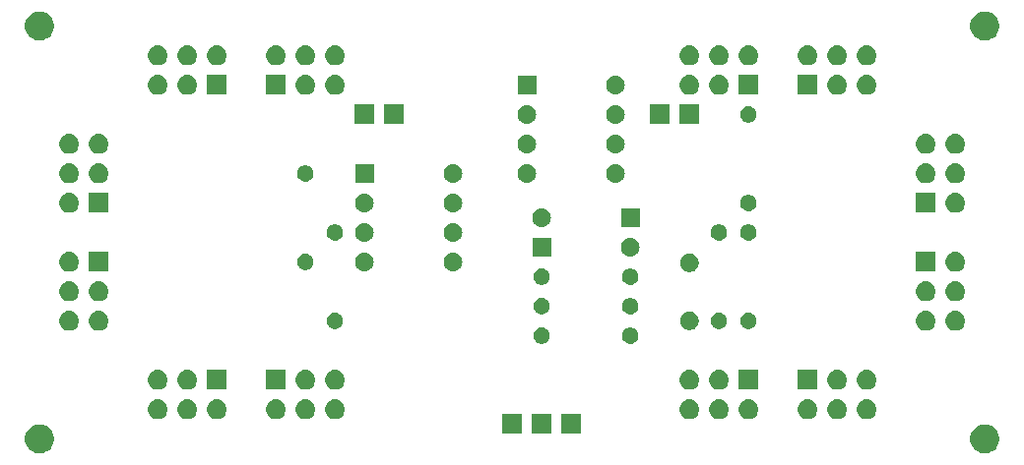
<source format=gbr>
%TF.GenerationSoftware,KiCad,Pcbnew,(5.0.2)-1*%
%TF.CreationDate,2019-05-02T00:01:05-05:00*%
%TF.ProjectId,vcaMain,7663614d-6169-46e2-9e6b-696361645f70,rev?*%
%TF.SameCoordinates,Original*%
%TF.FileFunction,Soldermask,Top*%
%TF.FilePolarity,Negative*%
%FSLAX46Y46*%
G04 Gerber Fmt 4.6, Leading zero omitted, Abs format (unit mm)*
G04 Created by KiCad (PCBNEW (5.0.2)-1) date 5/2/2019 12:01:05 AM*
%MOMM*%
%LPD*%
G01*
G04 APERTURE LIST*
%ADD10C,0.100000*%
G04 APERTURE END LIST*
D10*
G36*
X187054612Y-113098037D02*
X187282096Y-113192264D01*
X187486831Y-113329064D01*
X187660936Y-113503169D01*
X187797736Y-113707904D01*
X187891963Y-113935388D01*
X187940000Y-114176885D01*
X187940000Y-114423115D01*
X187891963Y-114664612D01*
X187797736Y-114892096D01*
X187660936Y-115096831D01*
X187486831Y-115270936D01*
X187282096Y-115407736D01*
X187054612Y-115501963D01*
X186813115Y-115550000D01*
X186566885Y-115550000D01*
X186325388Y-115501963D01*
X186097904Y-115407736D01*
X185893169Y-115270936D01*
X185719064Y-115096831D01*
X185582264Y-114892096D01*
X185488037Y-114664612D01*
X185440000Y-114423115D01*
X185440000Y-114176885D01*
X185488037Y-113935388D01*
X185582264Y-113707904D01*
X185719064Y-113503169D01*
X185893169Y-113329064D01*
X186097904Y-113192264D01*
X186325388Y-113098037D01*
X186566885Y-113050000D01*
X186813115Y-113050000D01*
X187054612Y-113098037D01*
X187054612Y-113098037D01*
G37*
G36*
X105774612Y-113098037D02*
X106002096Y-113192264D01*
X106206831Y-113329064D01*
X106380936Y-113503169D01*
X106517736Y-113707904D01*
X106611963Y-113935388D01*
X106660000Y-114176885D01*
X106660000Y-114423115D01*
X106611963Y-114664612D01*
X106517736Y-114892096D01*
X106380936Y-115096831D01*
X106206831Y-115270936D01*
X106002096Y-115407736D01*
X105774612Y-115501963D01*
X105533115Y-115550000D01*
X105286885Y-115550000D01*
X105045388Y-115501963D01*
X104817904Y-115407736D01*
X104613169Y-115270936D01*
X104439064Y-115096831D01*
X104302264Y-114892096D01*
X104208037Y-114664612D01*
X104160000Y-114423115D01*
X104160000Y-114176885D01*
X104208037Y-113935388D01*
X104302264Y-113707904D01*
X104439064Y-113503169D01*
X104613169Y-113329064D01*
X104817904Y-113192264D01*
X105045388Y-113098037D01*
X105286885Y-113050000D01*
X105533115Y-113050000D01*
X105774612Y-113098037D01*
X105774612Y-113098037D01*
G37*
G36*
X151980000Y-113880000D02*
X150280000Y-113880000D01*
X150280000Y-112180000D01*
X151980000Y-112180000D01*
X151980000Y-113880000D01*
X151980000Y-113880000D01*
G37*
G36*
X146900000Y-113880000D02*
X145200000Y-113880000D01*
X145200000Y-112180000D01*
X146900000Y-112180000D01*
X146900000Y-113880000D01*
X146900000Y-113880000D01*
G37*
G36*
X149440000Y-113880000D02*
X147740000Y-113880000D01*
X147740000Y-112180000D01*
X149440000Y-112180000D01*
X149440000Y-113880000D01*
X149440000Y-113880000D01*
G37*
G36*
X125896630Y-110922299D02*
X126056855Y-110970903D01*
X126204520Y-111049831D01*
X126333949Y-111156051D01*
X126440169Y-111285480D01*
X126519097Y-111433145D01*
X126567701Y-111593370D01*
X126584112Y-111760000D01*
X126567701Y-111926630D01*
X126519097Y-112086855D01*
X126440169Y-112234520D01*
X126333949Y-112363949D01*
X126204520Y-112470169D01*
X126056855Y-112549097D01*
X125896630Y-112597701D01*
X125771752Y-112610000D01*
X125688248Y-112610000D01*
X125563370Y-112597701D01*
X125403145Y-112549097D01*
X125255480Y-112470169D01*
X125126051Y-112363949D01*
X125019831Y-112234520D01*
X124940903Y-112086855D01*
X124892299Y-111926630D01*
X124875888Y-111760000D01*
X124892299Y-111593370D01*
X124940903Y-111433145D01*
X125019831Y-111285480D01*
X125126051Y-111156051D01*
X125255480Y-111049831D01*
X125403145Y-110970903D01*
X125563370Y-110922299D01*
X125688248Y-110910000D01*
X125771752Y-110910000D01*
X125896630Y-110922299D01*
X125896630Y-110922299D01*
G37*
G36*
X120816630Y-110922299D02*
X120976855Y-110970903D01*
X121124520Y-111049831D01*
X121253949Y-111156051D01*
X121360169Y-111285480D01*
X121439097Y-111433145D01*
X121487701Y-111593370D01*
X121504112Y-111760000D01*
X121487701Y-111926630D01*
X121439097Y-112086855D01*
X121360169Y-112234520D01*
X121253949Y-112363949D01*
X121124520Y-112470169D01*
X120976855Y-112549097D01*
X120816630Y-112597701D01*
X120691752Y-112610000D01*
X120608248Y-112610000D01*
X120483370Y-112597701D01*
X120323145Y-112549097D01*
X120175480Y-112470169D01*
X120046051Y-112363949D01*
X119939831Y-112234520D01*
X119860903Y-112086855D01*
X119812299Y-111926630D01*
X119795888Y-111760000D01*
X119812299Y-111593370D01*
X119860903Y-111433145D01*
X119939831Y-111285480D01*
X120046051Y-111156051D01*
X120175480Y-111049831D01*
X120323145Y-110970903D01*
X120483370Y-110922299D01*
X120608248Y-110910000D01*
X120691752Y-110910000D01*
X120816630Y-110922299D01*
X120816630Y-110922299D01*
G37*
G36*
X118276630Y-110922299D02*
X118436855Y-110970903D01*
X118584520Y-111049831D01*
X118713949Y-111156051D01*
X118820169Y-111285480D01*
X118899097Y-111433145D01*
X118947701Y-111593370D01*
X118964112Y-111760000D01*
X118947701Y-111926630D01*
X118899097Y-112086855D01*
X118820169Y-112234520D01*
X118713949Y-112363949D01*
X118584520Y-112470169D01*
X118436855Y-112549097D01*
X118276630Y-112597701D01*
X118151752Y-112610000D01*
X118068248Y-112610000D01*
X117943370Y-112597701D01*
X117783145Y-112549097D01*
X117635480Y-112470169D01*
X117506051Y-112363949D01*
X117399831Y-112234520D01*
X117320903Y-112086855D01*
X117272299Y-111926630D01*
X117255888Y-111760000D01*
X117272299Y-111593370D01*
X117320903Y-111433145D01*
X117399831Y-111285480D01*
X117506051Y-111156051D01*
X117635480Y-111049831D01*
X117783145Y-110970903D01*
X117943370Y-110922299D01*
X118068248Y-110910000D01*
X118151752Y-110910000D01*
X118276630Y-110922299D01*
X118276630Y-110922299D01*
G37*
G36*
X171616630Y-110922299D02*
X171776855Y-110970903D01*
X171924520Y-111049831D01*
X172053949Y-111156051D01*
X172160169Y-111285480D01*
X172239097Y-111433145D01*
X172287701Y-111593370D01*
X172304112Y-111760000D01*
X172287701Y-111926630D01*
X172239097Y-112086855D01*
X172160169Y-112234520D01*
X172053949Y-112363949D01*
X171924520Y-112470169D01*
X171776855Y-112549097D01*
X171616630Y-112597701D01*
X171491752Y-112610000D01*
X171408248Y-112610000D01*
X171283370Y-112597701D01*
X171123145Y-112549097D01*
X170975480Y-112470169D01*
X170846051Y-112363949D01*
X170739831Y-112234520D01*
X170660903Y-112086855D01*
X170612299Y-111926630D01*
X170595888Y-111760000D01*
X170612299Y-111593370D01*
X170660903Y-111433145D01*
X170739831Y-111285480D01*
X170846051Y-111156051D01*
X170975480Y-111049831D01*
X171123145Y-110970903D01*
X171283370Y-110922299D01*
X171408248Y-110910000D01*
X171491752Y-110910000D01*
X171616630Y-110922299D01*
X171616630Y-110922299D01*
G37*
G36*
X174156630Y-110922299D02*
X174316855Y-110970903D01*
X174464520Y-111049831D01*
X174593949Y-111156051D01*
X174700169Y-111285480D01*
X174779097Y-111433145D01*
X174827701Y-111593370D01*
X174844112Y-111760000D01*
X174827701Y-111926630D01*
X174779097Y-112086855D01*
X174700169Y-112234520D01*
X174593949Y-112363949D01*
X174464520Y-112470169D01*
X174316855Y-112549097D01*
X174156630Y-112597701D01*
X174031752Y-112610000D01*
X173948248Y-112610000D01*
X173823370Y-112597701D01*
X173663145Y-112549097D01*
X173515480Y-112470169D01*
X173386051Y-112363949D01*
X173279831Y-112234520D01*
X173200903Y-112086855D01*
X173152299Y-111926630D01*
X173135888Y-111760000D01*
X173152299Y-111593370D01*
X173200903Y-111433145D01*
X173279831Y-111285480D01*
X173386051Y-111156051D01*
X173515480Y-111049831D01*
X173663145Y-110970903D01*
X173823370Y-110922299D01*
X173948248Y-110910000D01*
X174031752Y-110910000D01*
X174156630Y-110922299D01*
X174156630Y-110922299D01*
G37*
G36*
X128436630Y-110922299D02*
X128596855Y-110970903D01*
X128744520Y-111049831D01*
X128873949Y-111156051D01*
X128980169Y-111285480D01*
X129059097Y-111433145D01*
X129107701Y-111593370D01*
X129124112Y-111760000D01*
X129107701Y-111926630D01*
X129059097Y-112086855D01*
X128980169Y-112234520D01*
X128873949Y-112363949D01*
X128744520Y-112470169D01*
X128596855Y-112549097D01*
X128436630Y-112597701D01*
X128311752Y-112610000D01*
X128228248Y-112610000D01*
X128103370Y-112597701D01*
X127943145Y-112549097D01*
X127795480Y-112470169D01*
X127666051Y-112363949D01*
X127559831Y-112234520D01*
X127480903Y-112086855D01*
X127432299Y-111926630D01*
X127415888Y-111760000D01*
X127432299Y-111593370D01*
X127480903Y-111433145D01*
X127559831Y-111285480D01*
X127666051Y-111156051D01*
X127795480Y-111049831D01*
X127943145Y-110970903D01*
X128103370Y-110922299D01*
X128228248Y-110910000D01*
X128311752Y-110910000D01*
X128436630Y-110922299D01*
X128436630Y-110922299D01*
G37*
G36*
X130976630Y-110922299D02*
X131136855Y-110970903D01*
X131284520Y-111049831D01*
X131413949Y-111156051D01*
X131520169Y-111285480D01*
X131599097Y-111433145D01*
X131647701Y-111593370D01*
X131664112Y-111760000D01*
X131647701Y-111926630D01*
X131599097Y-112086855D01*
X131520169Y-112234520D01*
X131413949Y-112363949D01*
X131284520Y-112470169D01*
X131136855Y-112549097D01*
X130976630Y-112597701D01*
X130851752Y-112610000D01*
X130768248Y-112610000D01*
X130643370Y-112597701D01*
X130483145Y-112549097D01*
X130335480Y-112470169D01*
X130206051Y-112363949D01*
X130099831Y-112234520D01*
X130020903Y-112086855D01*
X129972299Y-111926630D01*
X129955888Y-111760000D01*
X129972299Y-111593370D01*
X130020903Y-111433145D01*
X130099831Y-111285480D01*
X130206051Y-111156051D01*
X130335480Y-111049831D01*
X130483145Y-110970903D01*
X130643370Y-110922299D01*
X130768248Y-110910000D01*
X130851752Y-110910000D01*
X130976630Y-110922299D01*
X130976630Y-110922299D01*
G37*
G36*
X161456630Y-110922299D02*
X161616855Y-110970903D01*
X161764520Y-111049831D01*
X161893949Y-111156051D01*
X162000169Y-111285480D01*
X162079097Y-111433145D01*
X162127701Y-111593370D01*
X162144112Y-111760000D01*
X162127701Y-111926630D01*
X162079097Y-112086855D01*
X162000169Y-112234520D01*
X161893949Y-112363949D01*
X161764520Y-112470169D01*
X161616855Y-112549097D01*
X161456630Y-112597701D01*
X161331752Y-112610000D01*
X161248248Y-112610000D01*
X161123370Y-112597701D01*
X160963145Y-112549097D01*
X160815480Y-112470169D01*
X160686051Y-112363949D01*
X160579831Y-112234520D01*
X160500903Y-112086855D01*
X160452299Y-111926630D01*
X160435888Y-111760000D01*
X160452299Y-111593370D01*
X160500903Y-111433145D01*
X160579831Y-111285480D01*
X160686051Y-111156051D01*
X160815480Y-111049831D01*
X160963145Y-110970903D01*
X161123370Y-110922299D01*
X161248248Y-110910000D01*
X161331752Y-110910000D01*
X161456630Y-110922299D01*
X161456630Y-110922299D01*
G37*
G36*
X163996630Y-110922299D02*
X164156855Y-110970903D01*
X164304520Y-111049831D01*
X164433949Y-111156051D01*
X164540169Y-111285480D01*
X164619097Y-111433145D01*
X164667701Y-111593370D01*
X164684112Y-111760000D01*
X164667701Y-111926630D01*
X164619097Y-112086855D01*
X164540169Y-112234520D01*
X164433949Y-112363949D01*
X164304520Y-112470169D01*
X164156855Y-112549097D01*
X163996630Y-112597701D01*
X163871752Y-112610000D01*
X163788248Y-112610000D01*
X163663370Y-112597701D01*
X163503145Y-112549097D01*
X163355480Y-112470169D01*
X163226051Y-112363949D01*
X163119831Y-112234520D01*
X163040903Y-112086855D01*
X162992299Y-111926630D01*
X162975888Y-111760000D01*
X162992299Y-111593370D01*
X163040903Y-111433145D01*
X163119831Y-111285480D01*
X163226051Y-111156051D01*
X163355480Y-111049831D01*
X163503145Y-110970903D01*
X163663370Y-110922299D01*
X163788248Y-110910000D01*
X163871752Y-110910000D01*
X163996630Y-110922299D01*
X163996630Y-110922299D01*
G37*
G36*
X166536630Y-110922299D02*
X166696855Y-110970903D01*
X166844520Y-111049831D01*
X166973949Y-111156051D01*
X167080169Y-111285480D01*
X167159097Y-111433145D01*
X167207701Y-111593370D01*
X167224112Y-111760000D01*
X167207701Y-111926630D01*
X167159097Y-112086855D01*
X167080169Y-112234520D01*
X166973949Y-112363949D01*
X166844520Y-112470169D01*
X166696855Y-112549097D01*
X166536630Y-112597701D01*
X166411752Y-112610000D01*
X166328248Y-112610000D01*
X166203370Y-112597701D01*
X166043145Y-112549097D01*
X165895480Y-112470169D01*
X165766051Y-112363949D01*
X165659831Y-112234520D01*
X165580903Y-112086855D01*
X165532299Y-111926630D01*
X165515888Y-111760000D01*
X165532299Y-111593370D01*
X165580903Y-111433145D01*
X165659831Y-111285480D01*
X165766051Y-111156051D01*
X165895480Y-111049831D01*
X166043145Y-110970903D01*
X166203370Y-110922299D01*
X166328248Y-110910000D01*
X166411752Y-110910000D01*
X166536630Y-110922299D01*
X166536630Y-110922299D01*
G37*
G36*
X176696630Y-110922299D02*
X176856855Y-110970903D01*
X177004520Y-111049831D01*
X177133949Y-111156051D01*
X177240169Y-111285480D01*
X177319097Y-111433145D01*
X177367701Y-111593370D01*
X177384112Y-111760000D01*
X177367701Y-111926630D01*
X177319097Y-112086855D01*
X177240169Y-112234520D01*
X177133949Y-112363949D01*
X177004520Y-112470169D01*
X176856855Y-112549097D01*
X176696630Y-112597701D01*
X176571752Y-112610000D01*
X176488248Y-112610000D01*
X176363370Y-112597701D01*
X176203145Y-112549097D01*
X176055480Y-112470169D01*
X175926051Y-112363949D01*
X175819831Y-112234520D01*
X175740903Y-112086855D01*
X175692299Y-111926630D01*
X175675888Y-111760000D01*
X175692299Y-111593370D01*
X175740903Y-111433145D01*
X175819831Y-111285480D01*
X175926051Y-111156051D01*
X176055480Y-111049831D01*
X176203145Y-110970903D01*
X176363370Y-110922299D01*
X176488248Y-110910000D01*
X176571752Y-110910000D01*
X176696630Y-110922299D01*
X176696630Y-110922299D01*
G37*
G36*
X115736630Y-110922299D02*
X115896855Y-110970903D01*
X116044520Y-111049831D01*
X116173949Y-111156051D01*
X116280169Y-111285480D01*
X116359097Y-111433145D01*
X116407701Y-111593370D01*
X116424112Y-111760000D01*
X116407701Y-111926630D01*
X116359097Y-112086855D01*
X116280169Y-112234520D01*
X116173949Y-112363949D01*
X116044520Y-112470169D01*
X115896855Y-112549097D01*
X115736630Y-112597701D01*
X115611752Y-112610000D01*
X115528248Y-112610000D01*
X115403370Y-112597701D01*
X115243145Y-112549097D01*
X115095480Y-112470169D01*
X114966051Y-112363949D01*
X114859831Y-112234520D01*
X114780903Y-112086855D01*
X114732299Y-111926630D01*
X114715888Y-111760000D01*
X114732299Y-111593370D01*
X114780903Y-111433145D01*
X114859831Y-111285480D01*
X114966051Y-111156051D01*
X115095480Y-111049831D01*
X115243145Y-110970903D01*
X115403370Y-110922299D01*
X115528248Y-110910000D01*
X115611752Y-110910000D01*
X115736630Y-110922299D01*
X115736630Y-110922299D01*
G37*
G36*
X130976630Y-108382299D02*
X131136855Y-108430903D01*
X131284520Y-108509831D01*
X131413949Y-108616051D01*
X131520169Y-108745480D01*
X131599097Y-108893145D01*
X131647701Y-109053370D01*
X131664112Y-109220000D01*
X131647701Y-109386630D01*
X131599097Y-109546855D01*
X131520169Y-109694520D01*
X131413949Y-109823949D01*
X131284520Y-109930169D01*
X131136855Y-110009097D01*
X130976630Y-110057701D01*
X130851752Y-110070000D01*
X130768248Y-110070000D01*
X130643370Y-110057701D01*
X130483145Y-110009097D01*
X130335480Y-109930169D01*
X130206051Y-109823949D01*
X130099831Y-109694520D01*
X130020903Y-109546855D01*
X129972299Y-109386630D01*
X129955888Y-109220000D01*
X129972299Y-109053370D01*
X130020903Y-108893145D01*
X130099831Y-108745480D01*
X130206051Y-108616051D01*
X130335480Y-108509831D01*
X130483145Y-108430903D01*
X130643370Y-108382299D01*
X130768248Y-108370000D01*
X130851752Y-108370000D01*
X130976630Y-108382299D01*
X130976630Y-108382299D01*
G37*
G36*
X121500000Y-110070000D02*
X119800000Y-110070000D01*
X119800000Y-108370000D01*
X121500000Y-108370000D01*
X121500000Y-110070000D01*
X121500000Y-110070000D01*
G37*
G36*
X115736630Y-108382299D02*
X115896855Y-108430903D01*
X116044520Y-108509831D01*
X116173949Y-108616051D01*
X116280169Y-108745480D01*
X116359097Y-108893145D01*
X116407701Y-109053370D01*
X116424112Y-109220000D01*
X116407701Y-109386630D01*
X116359097Y-109546855D01*
X116280169Y-109694520D01*
X116173949Y-109823949D01*
X116044520Y-109930169D01*
X115896855Y-110009097D01*
X115736630Y-110057701D01*
X115611752Y-110070000D01*
X115528248Y-110070000D01*
X115403370Y-110057701D01*
X115243145Y-110009097D01*
X115095480Y-109930169D01*
X114966051Y-109823949D01*
X114859831Y-109694520D01*
X114780903Y-109546855D01*
X114732299Y-109386630D01*
X114715888Y-109220000D01*
X114732299Y-109053370D01*
X114780903Y-108893145D01*
X114859831Y-108745480D01*
X114966051Y-108616051D01*
X115095480Y-108509831D01*
X115243145Y-108430903D01*
X115403370Y-108382299D01*
X115528248Y-108370000D01*
X115611752Y-108370000D01*
X115736630Y-108382299D01*
X115736630Y-108382299D01*
G37*
G36*
X167220000Y-110070000D02*
X165520000Y-110070000D01*
X165520000Y-108370000D01*
X167220000Y-108370000D01*
X167220000Y-110070000D01*
X167220000Y-110070000D01*
G37*
G36*
X172300000Y-110070000D02*
X170600000Y-110070000D01*
X170600000Y-108370000D01*
X172300000Y-108370000D01*
X172300000Y-110070000D01*
X172300000Y-110070000D01*
G37*
G36*
X118276630Y-108382299D02*
X118436855Y-108430903D01*
X118584520Y-108509831D01*
X118713949Y-108616051D01*
X118820169Y-108745480D01*
X118899097Y-108893145D01*
X118947701Y-109053370D01*
X118964112Y-109220000D01*
X118947701Y-109386630D01*
X118899097Y-109546855D01*
X118820169Y-109694520D01*
X118713949Y-109823949D01*
X118584520Y-109930169D01*
X118436855Y-110009097D01*
X118276630Y-110057701D01*
X118151752Y-110070000D01*
X118068248Y-110070000D01*
X117943370Y-110057701D01*
X117783145Y-110009097D01*
X117635480Y-109930169D01*
X117506051Y-109823949D01*
X117399831Y-109694520D01*
X117320903Y-109546855D01*
X117272299Y-109386630D01*
X117255888Y-109220000D01*
X117272299Y-109053370D01*
X117320903Y-108893145D01*
X117399831Y-108745480D01*
X117506051Y-108616051D01*
X117635480Y-108509831D01*
X117783145Y-108430903D01*
X117943370Y-108382299D01*
X118068248Y-108370000D01*
X118151752Y-108370000D01*
X118276630Y-108382299D01*
X118276630Y-108382299D01*
G37*
G36*
X174156630Y-108382299D02*
X174316855Y-108430903D01*
X174464520Y-108509831D01*
X174593949Y-108616051D01*
X174700169Y-108745480D01*
X174779097Y-108893145D01*
X174827701Y-109053370D01*
X174844112Y-109220000D01*
X174827701Y-109386630D01*
X174779097Y-109546855D01*
X174700169Y-109694520D01*
X174593949Y-109823949D01*
X174464520Y-109930169D01*
X174316855Y-110009097D01*
X174156630Y-110057701D01*
X174031752Y-110070000D01*
X173948248Y-110070000D01*
X173823370Y-110057701D01*
X173663145Y-110009097D01*
X173515480Y-109930169D01*
X173386051Y-109823949D01*
X173279831Y-109694520D01*
X173200903Y-109546855D01*
X173152299Y-109386630D01*
X173135888Y-109220000D01*
X173152299Y-109053370D01*
X173200903Y-108893145D01*
X173279831Y-108745480D01*
X173386051Y-108616051D01*
X173515480Y-108509831D01*
X173663145Y-108430903D01*
X173823370Y-108382299D01*
X173948248Y-108370000D01*
X174031752Y-108370000D01*
X174156630Y-108382299D01*
X174156630Y-108382299D01*
G37*
G36*
X163996630Y-108382299D02*
X164156855Y-108430903D01*
X164304520Y-108509831D01*
X164433949Y-108616051D01*
X164540169Y-108745480D01*
X164619097Y-108893145D01*
X164667701Y-109053370D01*
X164684112Y-109220000D01*
X164667701Y-109386630D01*
X164619097Y-109546855D01*
X164540169Y-109694520D01*
X164433949Y-109823949D01*
X164304520Y-109930169D01*
X164156855Y-110009097D01*
X163996630Y-110057701D01*
X163871752Y-110070000D01*
X163788248Y-110070000D01*
X163663370Y-110057701D01*
X163503145Y-110009097D01*
X163355480Y-109930169D01*
X163226051Y-109823949D01*
X163119831Y-109694520D01*
X163040903Y-109546855D01*
X162992299Y-109386630D01*
X162975888Y-109220000D01*
X162992299Y-109053370D01*
X163040903Y-108893145D01*
X163119831Y-108745480D01*
X163226051Y-108616051D01*
X163355480Y-108509831D01*
X163503145Y-108430903D01*
X163663370Y-108382299D01*
X163788248Y-108370000D01*
X163871752Y-108370000D01*
X163996630Y-108382299D01*
X163996630Y-108382299D01*
G37*
G36*
X176696630Y-108382299D02*
X176856855Y-108430903D01*
X177004520Y-108509831D01*
X177133949Y-108616051D01*
X177240169Y-108745480D01*
X177319097Y-108893145D01*
X177367701Y-109053370D01*
X177384112Y-109220000D01*
X177367701Y-109386630D01*
X177319097Y-109546855D01*
X177240169Y-109694520D01*
X177133949Y-109823949D01*
X177004520Y-109930169D01*
X176856855Y-110009097D01*
X176696630Y-110057701D01*
X176571752Y-110070000D01*
X176488248Y-110070000D01*
X176363370Y-110057701D01*
X176203145Y-110009097D01*
X176055480Y-109930169D01*
X175926051Y-109823949D01*
X175819831Y-109694520D01*
X175740903Y-109546855D01*
X175692299Y-109386630D01*
X175675888Y-109220000D01*
X175692299Y-109053370D01*
X175740903Y-108893145D01*
X175819831Y-108745480D01*
X175926051Y-108616051D01*
X176055480Y-108509831D01*
X176203145Y-108430903D01*
X176363370Y-108382299D01*
X176488248Y-108370000D01*
X176571752Y-108370000D01*
X176696630Y-108382299D01*
X176696630Y-108382299D01*
G37*
G36*
X126580000Y-110070000D02*
X124880000Y-110070000D01*
X124880000Y-108370000D01*
X126580000Y-108370000D01*
X126580000Y-110070000D01*
X126580000Y-110070000D01*
G37*
G36*
X161456630Y-108382299D02*
X161616855Y-108430903D01*
X161764520Y-108509831D01*
X161893949Y-108616051D01*
X162000169Y-108745480D01*
X162079097Y-108893145D01*
X162127701Y-109053370D01*
X162144112Y-109220000D01*
X162127701Y-109386630D01*
X162079097Y-109546855D01*
X162000169Y-109694520D01*
X161893949Y-109823949D01*
X161764520Y-109930169D01*
X161616855Y-110009097D01*
X161456630Y-110057701D01*
X161331752Y-110070000D01*
X161248248Y-110070000D01*
X161123370Y-110057701D01*
X160963145Y-110009097D01*
X160815480Y-109930169D01*
X160686051Y-109823949D01*
X160579831Y-109694520D01*
X160500903Y-109546855D01*
X160452299Y-109386630D01*
X160435888Y-109220000D01*
X160452299Y-109053370D01*
X160500903Y-108893145D01*
X160579831Y-108745480D01*
X160686051Y-108616051D01*
X160815480Y-108509831D01*
X160963145Y-108430903D01*
X161123370Y-108382299D01*
X161248248Y-108370000D01*
X161331752Y-108370000D01*
X161456630Y-108382299D01*
X161456630Y-108382299D01*
G37*
G36*
X128436630Y-108382299D02*
X128596855Y-108430903D01*
X128744520Y-108509831D01*
X128873949Y-108616051D01*
X128980169Y-108745480D01*
X129059097Y-108893145D01*
X129107701Y-109053370D01*
X129124112Y-109220000D01*
X129107701Y-109386630D01*
X129059097Y-109546855D01*
X128980169Y-109694520D01*
X128873949Y-109823949D01*
X128744520Y-109930169D01*
X128596855Y-110009097D01*
X128436630Y-110057701D01*
X128311752Y-110070000D01*
X128228248Y-110070000D01*
X128103370Y-110057701D01*
X127943145Y-110009097D01*
X127795480Y-109930169D01*
X127666051Y-109823949D01*
X127559831Y-109694520D01*
X127480903Y-109546855D01*
X127432299Y-109386630D01*
X127415888Y-109220000D01*
X127432299Y-109053370D01*
X127480903Y-108893145D01*
X127559831Y-108745480D01*
X127666051Y-108616051D01*
X127795480Y-108509831D01*
X127943145Y-108430903D01*
X128103370Y-108382299D01*
X128228248Y-108370000D01*
X128311752Y-108370000D01*
X128436630Y-108382299D01*
X128436630Y-108382299D01*
G37*
G36*
X148794183Y-104736900D02*
X148921574Y-104789668D01*
X149036224Y-104866274D01*
X149133726Y-104963776D01*
X149143030Y-104977701D01*
X149210332Y-105078426D01*
X149263100Y-105205817D01*
X149290000Y-105341055D01*
X149290000Y-105478945D01*
X149263100Y-105614183D01*
X149210332Y-105741574D01*
X149133726Y-105856224D01*
X149036224Y-105953726D01*
X148921574Y-106030332D01*
X148794183Y-106083100D01*
X148658945Y-106110000D01*
X148521055Y-106110000D01*
X148385817Y-106083100D01*
X148258426Y-106030332D01*
X148143776Y-105953726D01*
X148046274Y-105856224D01*
X147969668Y-105741574D01*
X147916900Y-105614183D01*
X147890000Y-105478945D01*
X147890000Y-105341055D01*
X147916900Y-105205817D01*
X147969668Y-105078426D01*
X148036970Y-104977701D01*
X148046274Y-104963776D01*
X148143776Y-104866274D01*
X148258426Y-104789668D01*
X148385817Y-104736900D01*
X148521055Y-104710000D01*
X148658945Y-104710000D01*
X148794183Y-104736900D01*
X148794183Y-104736900D01*
G37*
G36*
X156347224Y-104720128D02*
X156479175Y-104760155D01*
X156600781Y-104825155D01*
X156707370Y-104912630D01*
X156794845Y-105019219D01*
X156859845Y-105140825D01*
X156899872Y-105272776D01*
X156913387Y-105410000D01*
X156899872Y-105547224D01*
X156859845Y-105679175D01*
X156794845Y-105800781D01*
X156707370Y-105907370D01*
X156600781Y-105994845D01*
X156479175Y-106059845D01*
X156347224Y-106099872D01*
X156244390Y-106110000D01*
X156175610Y-106110000D01*
X156072776Y-106099872D01*
X155940825Y-106059845D01*
X155819219Y-105994845D01*
X155712630Y-105907370D01*
X155625155Y-105800781D01*
X155560155Y-105679175D01*
X155520128Y-105547224D01*
X155506613Y-105410000D01*
X155520128Y-105272776D01*
X155560155Y-105140825D01*
X155625155Y-105019219D01*
X155712630Y-104912630D01*
X155819219Y-104825155D01*
X155940825Y-104760155D01*
X156072776Y-104720128D01*
X156175610Y-104710000D01*
X156244390Y-104710000D01*
X156347224Y-104720128D01*
X156347224Y-104720128D01*
G37*
G36*
X181776630Y-103302299D02*
X181936855Y-103350903D01*
X182084520Y-103429831D01*
X182213949Y-103536051D01*
X182320169Y-103665480D01*
X182399097Y-103813145D01*
X182447701Y-103973370D01*
X182464112Y-104140000D01*
X182447701Y-104306630D01*
X182399097Y-104466855D01*
X182320169Y-104614520D01*
X182213949Y-104743949D01*
X182084520Y-104850169D01*
X181936855Y-104929097D01*
X181776630Y-104977701D01*
X181651752Y-104990000D01*
X181568248Y-104990000D01*
X181443370Y-104977701D01*
X181283145Y-104929097D01*
X181135480Y-104850169D01*
X181006051Y-104743949D01*
X180899831Y-104614520D01*
X180820903Y-104466855D01*
X180772299Y-104306630D01*
X180755888Y-104140000D01*
X180772299Y-103973370D01*
X180820903Y-103813145D01*
X180899831Y-103665480D01*
X181006051Y-103536051D01*
X181135480Y-103429831D01*
X181283145Y-103350903D01*
X181443370Y-103302299D01*
X181568248Y-103290000D01*
X181651752Y-103290000D01*
X181776630Y-103302299D01*
X181776630Y-103302299D01*
G37*
G36*
X110656630Y-103302299D02*
X110816855Y-103350903D01*
X110964520Y-103429831D01*
X111093949Y-103536051D01*
X111200169Y-103665480D01*
X111279097Y-103813145D01*
X111327701Y-103973370D01*
X111344112Y-104140000D01*
X111327701Y-104306630D01*
X111279097Y-104466855D01*
X111200169Y-104614520D01*
X111093949Y-104743949D01*
X110964520Y-104850169D01*
X110816855Y-104929097D01*
X110656630Y-104977701D01*
X110531752Y-104990000D01*
X110448248Y-104990000D01*
X110323370Y-104977701D01*
X110163145Y-104929097D01*
X110015480Y-104850169D01*
X109886051Y-104743949D01*
X109779831Y-104614520D01*
X109700903Y-104466855D01*
X109652299Y-104306630D01*
X109635888Y-104140000D01*
X109652299Y-103973370D01*
X109700903Y-103813145D01*
X109779831Y-103665480D01*
X109886051Y-103536051D01*
X110015480Y-103429831D01*
X110163145Y-103350903D01*
X110323370Y-103302299D01*
X110448248Y-103290000D01*
X110531752Y-103290000D01*
X110656630Y-103302299D01*
X110656630Y-103302299D01*
G37*
G36*
X184316630Y-103302299D02*
X184476855Y-103350903D01*
X184624520Y-103429831D01*
X184753949Y-103536051D01*
X184860169Y-103665480D01*
X184939097Y-103813145D01*
X184987701Y-103973370D01*
X185004112Y-104140000D01*
X184987701Y-104306630D01*
X184939097Y-104466855D01*
X184860169Y-104614520D01*
X184753949Y-104743949D01*
X184624520Y-104850169D01*
X184476855Y-104929097D01*
X184316630Y-104977701D01*
X184191752Y-104990000D01*
X184108248Y-104990000D01*
X183983370Y-104977701D01*
X183823145Y-104929097D01*
X183675480Y-104850169D01*
X183546051Y-104743949D01*
X183439831Y-104614520D01*
X183360903Y-104466855D01*
X183312299Y-104306630D01*
X183295888Y-104140000D01*
X183312299Y-103973370D01*
X183360903Y-103813145D01*
X183439831Y-103665480D01*
X183546051Y-103536051D01*
X183675480Y-103429831D01*
X183823145Y-103350903D01*
X183983370Y-103302299D01*
X184108248Y-103290000D01*
X184191752Y-103290000D01*
X184316630Y-103302299D01*
X184316630Y-103302299D01*
G37*
G36*
X108116630Y-103302299D02*
X108276855Y-103350903D01*
X108424520Y-103429831D01*
X108553949Y-103536051D01*
X108660169Y-103665480D01*
X108739097Y-103813145D01*
X108787701Y-103973370D01*
X108804112Y-104140000D01*
X108787701Y-104306630D01*
X108739097Y-104466855D01*
X108660169Y-104614520D01*
X108553949Y-104743949D01*
X108424520Y-104850169D01*
X108276855Y-104929097D01*
X108116630Y-104977701D01*
X107991752Y-104990000D01*
X107908248Y-104990000D01*
X107783370Y-104977701D01*
X107623145Y-104929097D01*
X107475480Y-104850169D01*
X107346051Y-104743949D01*
X107239831Y-104614520D01*
X107160903Y-104466855D01*
X107112299Y-104306630D01*
X107095888Y-104140000D01*
X107112299Y-103973370D01*
X107160903Y-103813145D01*
X107239831Y-103665480D01*
X107346051Y-103536051D01*
X107475480Y-103429831D01*
X107623145Y-103350903D01*
X107783370Y-103302299D01*
X107908248Y-103290000D01*
X107991752Y-103290000D01*
X108116630Y-103302299D01*
X108116630Y-103302299D01*
G37*
G36*
X161523352Y-103370743D02*
X161668941Y-103431048D01*
X161799973Y-103518601D01*
X161911399Y-103630027D01*
X161998952Y-103761059D01*
X162059257Y-103906648D01*
X162090000Y-104061205D01*
X162090000Y-104218795D01*
X162059257Y-104373352D01*
X161998952Y-104518941D01*
X161911399Y-104649973D01*
X161799973Y-104761399D01*
X161668941Y-104848952D01*
X161523352Y-104909257D01*
X161368795Y-104940000D01*
X161211205Y-104940000D01*
X161056648Y-104909257D01*
X160911059Y-104848952D01*
X160780027Y-104761399D01*
X160668601Y-104649973D01*
X160581048Y-104518941D01*
X160520743Y-104373352D01*
X160490000Y-104218795D01*
X160490000Y-104061205D01*
X160520743Y-103906648D01*
X160581048Y-103761059D01*
X160668601Y-103630027D01*
X160780027Y-103518601D01*
X160911059Y-103431048D01*
X161056648Y-103370743D01*
X161211205Y-103340000D01*
X161368795Y-103340000D01*
X161523352Y-103370743D01*
X161523352Y-103370743D01*
G37*
G36*
X166574183Y-103466900D02*
X166698993Y-103518599D01*
X166701574Y-103519668D01*
X166761743Y-103559871D01*
X166816225Y-103596275D01*
X166913725Y-103693775D01*
X166990332Y-103808426D01*
X167043100Y-103935817D01*
X167070000Y-104071055D01*
X167070000Y-104208945D01*
X167043100Y-104344183D01*
X166992287Y-104466855D01*
X166990332Y-104471574D01*
X166913726Y-104586224D01*
X166816224Y-104683726D01*
X166736643Y-104736900D01*
X166701574Y-104760332D01*
X166574183Y-104813100D01*
X166438945Y-104840000D01*
X166301055Y-104840000D01*
X166165817Y-104813100D01*
X166038426Y-104760332D01*
X166003357Y-104736900D01*
X165923776Y-104683726D01*
X165826274Y-104586224D01*
X165749668Y-104471574D01*
X165747713Y-104466855D01*
X165696900Y-104344183D01*
X165670000Y-104208945D01*
X165670000Y-104071055D01*
X165696900Y-103935817D01*
X165749668Y-103808426D01*
X165826275Y-103693775D01*
X165923775Y-103596275D01*
X165978258Y-103559871D01*
X166038426Y-103519668D01*
X166041007Y-103518599D01*
X166165817Y-103466900D01*
X166301055Y-103440000D01*
X166438945Y-103440000D01*
X166574183Y-103466900D01*
X166574183Y-103466900D01*
G37*
G36*
X131014183Y-103466900D02*
X131138993Y-103518599D01*
X131141574Y-103519668D01*
X131201743Y-103559871D01*
X131256225Y-103596275D01*
X131353725Y-103693775D01*
X131430332Y-103808426D01*
X131483100Y-103935817D01*
X131510000Y-104071055D01*
X131510000Y-104208945D01*
X131483100Y-104344183D01*
X131432287Y-104466855D01*
X131430332Y-104471574D01*
X131353726Y-104586224D01*
X131256224Y-104683726D01*
X131176643Y-104736900D01*
X131141574Y-104760332D01*
X131014183Y-104813100D01*
X130878945Y-104840000D01*
X130741055Y-104840000D01*
X130605817Y-104813100D01*
X130478426Y-104760332D01*
X130443357Y-104736900D01*
X130363776Y-104683726D01*
X130266274Y-104586224D01*
X130189668Y-104471574D01*
X130187713Y-104466855D01*
X130136900Y-104344183D01*
X130110000Y-104208945D01*
X130110000Y-104071055D01*
X130136900Y-103935817D01*
X130189668Y-103808426D01*
X130266275Y-103693775D01*
X130363775Y-103596275D01*
X130418258Y-103559871D01*
X130478426Y-103519668D01*
X130481007Y-103518599D01*
X130605817Y-103466900D01*
X130741055Y-103440000D01*
X130878945Y-103440000D01*
X131014183Y-103466900D01*
X131014183Y-103466900D01*
G37*
G36*
X164034183Y-103466900D02*
X164158993Y-103518599D01*
X164161574Y-103519668D01*
X164221743Y-103559871D01*
X164276225Y-103596275D01*
X164373725Y-103693775D01*
X164450332Y-103808426D01*
X164503100Y-103935817D01*
X164530000Y-104071055D01*
X164530000Y-104208945D01*
X164503100Y-104344183D01*
X164452287Y-104466855D01*
X164450332Y-104471574D01*
X164373726Y-104586224D01*
X164276224Y-104683726D01*
X164196643Y-104736900D01*
X164161574Y-104760332D01*
X164034183Y-104813100D01*
X163898945Y-104840000D01*
X163761055Y-104840000D01*
X163625817Y-104813100D01*
X163498426Y-104760332D01*
X163463357Y-104736900D01*
X163383776Y-104683726D01*
X163286274Y-104586224D01*
X163209668Y-104471574D01*
X163207713Y-104466855D01*
X163156900Y-104344183D01*
X163130000Y-104208945D01*
X163130000Y-104071055D01*
X163156900Y-103935817D01*
X163209668Y-103808426D01*
X163286275Y-103693775D01*
X163383775Y-103596275D01*
X163438258Y-103559871D01*
X163498426Y-103519668D01*
X163501007Y-103518599D01*
X163625817Y-103466900D01*
X163761055Y-103440000D01*
X163898945Y-103440000D01*
X164034183Y-103466900D01*
X164034183Y-103466900D01*
G37*
G36*
X148794183Y-102196900D02*
X148921574Y-102249668D01*
X149036224Y-102326274D01*
X149133726Y-102423776D01*
X149143030Y-102437701D01*
X149210332Y-102538426D01*
X149263100Y-102665817D01*
X149290000Y-102801055D01*
X149290000Y-102938945D01*
X149263100Y-103074183D01*
X149210332Y-103201574D01*
X149133726Y-103316224D01*
X149036224Y-103413726D01*
X148956643Y-103466900D01*
X148921574Y-103490332D01*
X148794183Y-103543100D01*
X148658945Y-103570000D01*
X148521055Y-103570000D01*
X148385817Y-103543100D01*
X148258426Y-103490332D01*
X148223357Y-103466900D01*
X148143776Y-103413726D01*
X148046274Y-103316224D01*
X147969668Y-103201574D01*
X147916900Y-103074183D01*
X147890000Y-102938945D01*
X147890000Y-102801055D01*
X147916900Y-102665817D01*
X147969668Y-102538426D01*
X148036970Y-102437701D01*
X148046274Y-102423776D01*
X148143776Y-102326274D01*
X148258426Y-102249668D01*
X148385817Y-102196900D01*
X148521055Y-102170000D01*
X148658945Y-102170000D01*
X148794183Y-102196900D01*
X148794183Y-102196900D01*
G37*
G36*
X156347224Y-102180128D02*
X156479175Y-102220155D01*
X156600781Y-102285155D01*
X156707370Y-102372630D01*
X156794845Y-102479219D01*
X156859845Y-102600825D01*
X156899872Y-102732776D01*
X156913387Y-102870000D01*
X156899872Y-103007224D01*
X156859845Y-103139175D01*
X156794845Y-103260781D01*
X156707370Y-103367370D01*
X156600781Y-103454845D01*
X156479175Y-103519845D01*
X156347224Y-103559872D01*
X156244390Y-103570000D01*
X156175610Y-103570000D01*
X156072776Y-103559872D01*
X155940825Y-103519845D01*
X155819219Y-103454845D01*
X155712630Y-103367370D01*
X155625155Y-103260781D01*
X155560155Y-103139175D01*
X155520128Y-103007224D01*
X155506613Y-102870000D01*
X155520128Y-102732776D01*
X155560155Y-102600825D01*
X155625155Y-102479219D01*
X155712630Y-102372630D01*
X155819219Y-102285155D01*
X155940825Y-102220155D01*
X156072776Y-102180128D01*
X156175610Y-102170000D01*
X156244390Y-102170000D01*
X156347224Y-102180128D01*
X156347224Y-102180128D01*
G37*
G36*
X108116630Y-100762299D02*
X108276855Y-100810903D01*
X108424520Y-100889831D01*
X108553949Y-100996051D01*
X108660169Y-101125480D01*
X108739097Y-101273145D01*
X108787701Y-101433370D01*
X108804112Y-101600000D01*
X108787701Y-101766630D01*
X108739097Y-101926855D01*
X108660169Y-102074520D01*
X108553949Y-102203949D01*
X108424520Y-102310169D01*
X108276855Y-102389097D01*
X108116630Y-102437701D01*
X107991752Y-102450000D01*
X107908248Y-102450000D01*
X107783370Y-102437701D01*
X107623145Y-102389097D01*
X107475480Y-102310169D01*
X107346051Y-102203949D01*
X107239831Y-102074520D01*
X107160903Y-101926855D01*
X107112299Y-101766630D01*
X107095888Y-101600000D01*
X107112299Y-101433370D01*
X107160903Y-101273145D01*
X107239831Y-101125480D01*
X107346051Y-100996051D01*
X107475480Y-100889831D01*
X107623145Y-100810903D01*
X107783370Y-100762299D01*
X107908248Y-100750000D01*
X107991752Y-100750000D01*
X108116630Y-100762299D01*
X108116630Y-100762299D01*
G37*
G36*
X110656630Y-100762299D02*
X110816855Y-100810903D01*
X110964520Y-100889831D01*
X111093949Y-100996051D01*
X111200169Y-101125480D01*
X111279097Y-101273145D01*
X111327701Y-101433370D01*
X111344112Y-101600000D01*
X111327701Y-101766630D01*
X111279097Y-101926855D01*
X111200169Y-102074520D01*
X111093949Y-102203949D01*
X110964520Y-102310169D01*
X110816855Y-102389097D01*
X110656630Y-102437701D01*
X110531752Y-102450000D01*
X110448248Y-102450000D01*
X110323370Y-102437701D01*
X110163145Y-102389097D01*
X110015480Y-102310169D01*
X109886051Y-102203949D01*
X109779831Y-102074520D01*
X109700903Y-101926855D01*
X109652299Y-101766630D01*
X109635888Y-101600000D01*
X109652299Y-101433370D01*
X109700903Y-101273145D01*
X109779831Y-101125480D01*
X109886051Y-100996051D01*
X110015480Y-100889831D01*
X110163145Y-100810903D01*
X110323370Y-100762299D01*
X110448248Y-100750000D01*
X110531752Y-100750000D01*
X110656630Y-100762299D01*
X110656630Y-100762299D01*
G37*
G36*
X181776630Y-100762299D02*
X181936855Y-100810903D01*
X182084520Y-100889831D01*
X182213949Y-100996051D01*
X182320169Y-101125480D01*
X182399097Y-101273145D01*
X182447701Y-101433370D01*
X182464112Y-101600000D01*
X182447701Y-101766630D01*
X182399097Y-101926855D01*
X182320169Y-102074520D01*
X182213949Y-102203949D01*
X182084520Y-102310169D01*
X181936855Y-102389097D01*
X181776630Y-102437701D01*
X181651752Y-102450000D01*
X181568248Y-102450000D01*
X181443370Y-102437701D01*
X181283145Y-102389097D01*
X181135480Y-102310169D01*
X181006051Y-102203949D01*
X180899831Y-102074520D01*
X180820903Y-101926855D01*
X180772299Y-101766630D01*
X180755888Y-101600000D01*
X180772299Y-101433370D01*
X180820903Y-101273145D01*
X180899831Y-101125480D01*
X181006051Y-100996051D01*
X181135480Y-100889831D01*
X181283145Y-100810903D01*
X181443370Y-100762299D01*
X181568248Y-100750000D01*
X181651752Y-100750000D01*
X181776630Y-100762299D01*
X181776630Y-100762299D01*
G37*
G36*
X184316630Y-100762299D02*
X184476855Y-100810903D01*
X184624520Y-100889831D01*
X184753949Y-100996051D01*
X184860169Y-101125480D01*
X184939097Y-101273145D01*
X184987701Y-101433370D01*
X185004112Y-101600000D01*
X184987701Y-101766630D01*
X184939097Y-101926855D01*
X184860169Y-102074520D01*
X184753949Y-102203949D01*
X184624520Y-102310169D01*
X184476855Y-102389097D01*
X184316630Y-102437701D01*
X184191752Y-102450000D01*
X184108248Y-102450000D01*
X183983370Y-102437701D01*
X183823145Y-102389097D01*
X183675480Y-102310169D01*
X183546051Y-102203949D01*
X183439831Y-102074520D01*
X183360903Y-101926855D01*
X183312299Y-101766630D01*
X183295888Y-101600000D01*
X183312299Y-101433370D01*
X183360903Y-101273145D01*
X183439831Y-101125480D01*
X183546051Y-100996051D01*
X183675480Y-100889831D01*
X183823145Y-100810903D01*
X183983370Y-100762299D01*
X184108248Y-100750000D01*
X184191752Y-100750000D01*
X184316630Y-100762299D01*
X184316630Y-100762299D01*
G37*
G36*
X156347224Y-99640128D02*
X156479175Y-99680155D01*
X156600781Y-99745155D01*
X156707370Y-99832630D01*
X156794845Y-99939219D01*
X156859845Y-100060825D01*
X156899872Y-100192776D01*
X156913387Y-100330000D01*
X156899872Y-100467224D01*
X156859845Y-100599175D01*
X156794845Y-100720781D01*
X156707370Y-100827370D01*
X156600781Y-100914845D01*
X156479175Y-100979845D01*
X156347224Y-101019872D01*
X156244390Y-101030000D01*
X156175610Y-101030000D01*
X156072776Y-101019872D01*
X155940825Y-100979845D01*
X155819219Y-100914845D01*
X155712630Y-100827370D01*
X155625155Y-100720781D01*
X155560155Y-100599175D01*
X155520128Y-100467224D01*
X155506613Y-100330000D01*
X155520128Y-100192776D01*
X155560155Y-100060825D01*
X155625155Y-99939219D01*
X155712630Y-99832630D01*
X155819219Y-99745155D01*
X155940825Y-99680155D01*
X156072776Y-99640128D01*
X156175610Y-99630000D01*
X156244390Y-99630000D01*
X156347224Y-99640128D01*
X156347224Y-99640128D01*
G37*
G36*
X148794183Y-99656900D02*
X148921574Y-99709668D01*
X149036224Y-99786274D01*
X149133726Y-99883776D01*
X149151248Y-99910000D01*
X149210332Y-99998426D01*
X149263100Y-100125817D01*
X149290000Y-100261055D01*
X149290000Y-100398945D01*
X149263100Y-100534183D01*
X149210332Y-100661574D01*
X149133726Y-100776224D01*
X149036224Y-100873726D01*
X148921574Y-100950332D01*
X148794183Y-101003100D01*
X148658945Y-101030000D01*
X148521055Y-101030000D01*
X148385817Y-101003100D01*
X148258426Y-100950332D01*
X148143776Y-100873726D01*
X148046274Y-100776224D01*
X147969668Y-100661574D01*
X147916900Y-100534183D01*
X147890000Y-100398945D01*
X147890000Y-100261055D01*
X147916900Y-100125817D01*
X147969668Y-99998426D01*
X148028752Y-99910000D01*
X148046274Y-99883776D01*
X148143776Y-99786274D01*
X148258426Y-99709668D01*
X148385817Y-99656900D01*
X148521055Y-99630000D01*
X148658945Y-99630000D01*
X148794183Y-99656900D01*
X148794183Y-99656900D01*
G37*
G36*
X161523352Y-98370743D02*
X161668941Y-98431048D01*
X161799973Y-98518601D01*
X161911399Y-98630027D01*
X161998952Y-98761059D01*
X162059257Y-98906648D01*
X162090000Y-99061205D01*
X162090000Y-99218795D01*
X162059257Y-99373352D01*
X161998952Y-99518941D01*
X161911399Y-99649973D01*
X161799973Y-99761399D01*
X161668941Y-99848952D01*
X161523352Y-99909257D01*
X161368795Y-99940000D01*
X161211205Y-99940000D01*
X161056648Y-99909257D01*
X160911059Y-99848952D01*
X160780027Y-99761399D01*
X160668601Y-99649973D01*
X160581048Y-99518941D01*
X160520743Y-99373352D01*
X160490000Y-99218795D01*
X160490000Y-99061205D01*
X160520743Y-98906648D01*
X160581048Y-98761059D01*
X160668601Y-98630027D01*
X160780027Y-98518601D01*
X160911059Y-98431048D01*
X161056648Y-98370743D01*
X161211205Y-98340000D01*
X161368795Y-98340000D01*
X161523352Y-98370743D01*
X161523352Y-98370743D01*
G37*
G36*
X111340000Y-99910000D02*
X109640000Y-99910000D01*
X109640000Y-98210000D01*
X111340000Y-98210000D01*
X111340000Y-99910000D01*
X111340000Y-99910000D01*
G37*
G36*
X108116630Y-98222299D02*
X108276855Y-98270903D01*
X108424520Y-98349831D01*
X108553949Y-98456051D01*
X108660169Y-98585480D01*
X108739097Y-98733145D01*
X108787701Y-98893370D01*
X108804112Y-99060000D01*
X108787701Y-99226630D01*
X108739097Y-99386855D01*
X108660169Y-99534520D01*
X108553949Y-99663949D01*
X108424520Y-99770169D01*
X108276855Y-99849097D01*
X108116630Y-99897701D01*
X107991752Y-99910000D01*
X107908248Y-99910000D01*
X107783370Y-99897701D01*
X107623145Y-99849097D01*
X107475480Y-99770169D01*
X107346051Y-99663949D01*
X107239831Y-99534520D01*
X107160903Y-99386855D01*
X107112299Y-99226630D01*
X107095888Y-99060000D01*
X107112299Y-98893370D01*
X107160903Y-98733145D01*
X107239831Y-98585480D01*
X107346051Y-98456051D01*
X107475480Y-98349831D01*
X107623145Y-98270903D01*
X107783370Y-98222299D01*
X107908248Y-98210000D01*
X107991752Y-98210000D01*
X108116630Y-98222299D01*
X108116630Y-98222299D01*
G37*
G36*
X184316630Y-98222299D02*
X184476855Y-98270903D01*
X184624520Y-98349831D01*
X184753949Y-98456051D01*
X184860169Y-98585480D01*
X184939097Y-98733145D01*
X184987701Y-98893370D01*
X185004112Y-99060000D01*
X184987701Y-99226630D01*
X184939097Y-99386855D01*
X184860169Y-99534520D01*
X184753949Y-99663949D01*
X184624520Y-99770169D01*
X184476855Y-99849097D01*
X184316630Y-99897701D01*
X184191752Y-99910000D01*
X184108248Y-99910000D01*
X183983370Y-99897701D01*
X183823145Y-99849097D01*
X183675480Y-99770169D01*
X183546051Y-99663949D01*
X183439831Y-99534520D01*
X183360903Y-99386855D01*
X183312299Y-99226630D01*
X183295888Y-99060000D01*
X183312299Y-98893370D01*
X183360903Y-98733145D01*
X183439831Y-98585480D01*
X183546051Y-98456051D01*
X183675480Y-98349831D01*
X183823145Y-98270903D01*
X183983370Y-98222299D01*
X184108248Y-98210000D01*
X184191752Y-98210000D01*
X184316630Y-98222299D01*
X184316630Y-98222299D01*
G37*
G36*
X182460000Y-99910000D02*
X180760000Y-99910000D01*
X180760000Y-98210000D01*
X182460000Y-98210000D01*
X182460000Y-99910000D01*
X182460000Y-99910000D01*
G37*
G36*
X133467649Y-98267717D02*
X133506827Y-98271576D01*
X133582228Y-98294449D01*
X133657629Y-98317321D01*
X133796608Y-98391608D01*
X133918422Y-98491578D01*
X134018392Y-98613392D01*
X134092679Y-98752371D01*
X134092679Y-98752372D01*
X134138424Y-98903173D01*
X134153870Y-99060000D01*
X134138424Y-99216827D01*
X134135450Y-99226630D01*
X134092679Y-99367629D01*
X134018392Y-99506608D01*
X133918422Y-99628422D01*
X133796608Y-99728392D01*
X133657629Y-99802679D01*
X133582228Y-99825551D01*
X133506827Y-99848424D01*
X133467649Y-99852283D01*
X133389295Y-99860000D01*
X133310705Y-99860000D01*
X133232351Y-99852283D01*
X133193173Y-99848424D01*
X133117772Y-99825551D01*
X133042371Y-99802679D01*
X132903392Y-99728392D01*
X132781578Y-99628422D01*
X132681608Y-99506608D01*
X132607321Y-99367629D01*
X132564550Y-99226630D01*
X132561576Y-99216827D01*
X132546130Y-99060000D01*
X132561576Y-98903173D01*
X132607321Y-98752372D01*
X132607321Y-98752371D01*
X132681608Y-98613392D01*
X132781578Y-98491578D01*
X132903392Y-98391608D01*
X133042371Y-98317321D01*
X133117772Y-98294449D01*
X133193173Y-98271576D01*
X133232351Y-98267717D01*
X133310705Y-98260000D01*
X133389295Y-98260000D01*
X133467649Y-98267717D01*
X133467649Y-98267717D01*
G37*
G36*
X141087649Y-98267717D02*
X141126827Y-98271576D01*
X141202228Y-98294449D01*
X141277629Y-98317321D01*
X141416608Y-98391608D01*
X141538422Y-98491578D01*
X141638392Y-98613392D01*
X141712679Y-98752371D01*
X141712679Y-98752372D01*
X141758424Y-98903173D01*
X141773870Y-99060000D01*
X141758424Y-99216827D01*
X141755450Y-99226630D01*
X141712679Y-99367629D01*
X141638392Y-99506608D01*
X141538422Y-99628422D01*
X141416608Y-99728392D01*
X141277629Y-99802679D01*
X141202228Y-99825551D01*
X141126827Y-99848424D01*
X141087649Y-99852283D01*
X141009295Y-99860000D01*
X140930705Y-99860000D01*
X140852351Y-99852283D01*
X140813173Y-99848424D01*
X140737772Y-99825551D01*
X140662371Y-99802679D01*
X140523392Y-99728392D01*
X140401578Y-99628422D01*
X140301608Y-99506608D01*
X140227321Y-99367629D01*
X140184550Y-99226630D01*
X140181576Y-99216827D01*
X140166130Y-99060000D01*
X140181576Y-98903173D01*
X140227321Y-98752372D01*
X140227321Y-98752371D01*
X140301608Y-98613392D01*
X140401578Y-98491578D01*
X140523392Y-98391608D01*
X140662371Y-98317321D01*
X140737772Y-98294449D01*
X140813173Y-98271576D01*
X140852351Y-98267717D01*
X140930705Y-98260000D01*
X141009295Y-98260000D01*
X141087649Y-98267717D01*
X141087649Y-98267717D01*
G37*
G36*
X128474183Y-98386900D02*
X128601574Y-98439668D01*
X128716225Y-98516275D01*
X128813725Y-98613775D01*
X128890332Y-98728426D01*
X128943100Y-98855817D01*
X128970000Y-98991055D01*
X128970000Y-99128945D01*
X128943100Y-99264183D01*
X128897880Y-99373351D01*
X128890332Y-99391574D01*
X128813726Y-99506224D01*
X128716224Y-99603726D01*
X128647014Y-99649970D01*
X128601574Y-99680332D01*
X128474183Y-99733100D01*
X128338945Y-99760000D01*
X128201055Y-99760000D01*
X128065817Y-99733100D01*
X127938426Y-99680332D01*
X127892986Y-99649970D01*
X127823776Y-99603726D01*
X127726274Y-99506224D01*
X127649668Y-99391574D01*
X127642120Y-99373351D01*
X127596900Y-99264183D01*
X127570000Y-99128945D01*
X127570000Y-98991055D01*
X127596900Y-98855817D01*
X127649668Y-98728426D01*
X127726275Y-98613775D01*
X127823775Y-98516275D01*
X127938426Y-98439668D01*
X128065817Y-98386900D01*
X128201055Y-98360000D01*
X128338945Y-98360000D01*
X128474183Y-98386900D01*
X128474183Y-98386900D01*
G37*
G36*
X149390000Y-98590000D02*
X147790000Y-98590000D01*
X147790000Y-96990000D01*
X149390000Y-96990000D01*
X149390000Y-98590000D01*
X149390000Y-98590000D01*
G37*
G36*
X156327649Y-96997717D02*
X156366827Y-97001576D01*
X156418893Y-97017370D01*
X156517629Y-97047321D01*
X156656608Y-97121608D01*
X156778422Y-97221578D01*
X156878392Y-97343392D01*
X156952679Y-97482371D01*
X156998424Y-97633174D01*
X157013870Y-97790000D01*
X156998424Y-97946826D01*
X156952679Y-98097629D01*
X156878392Y-98236608D01*
X156778422Y-98358422D01*
X156656608Y-98458392D01*
X156517629Y-98532679D01*
X156442227Y-98555552D01*
X156366827Y-98578424D01*
X156327649Y-98582283D01*
X156249295Y-98590000D01*
X156170705Y-98590000D01*
X156092351Y-98582283D01*
X156053173Y-98578424D01*
X155977773Y-98555552D01*
X155902371Y-98532679D01*
X155763392Y-98458392D01*
X155641578Y-98358422D01*
X155541608Y-98236608D01*
X155467321Y-98097629D01*
X155421576Y-97946826D01*
X155406130Y-97790000D01*
X155421576Y-97633174D01*
X155467321Y-97482371D01*
X155541608Y-97343392D01*
X155641578Y-97221578D01*
X155763392Y-97121608D01*
X155902371Y-97047321D01*
X156001107Y-97017370D01*
X156053173Y-97001576D01*
X156092351Y-96997717D01*
X156170705Y-96990000D01*
X156249295Y-96990000D01*
X156327649Y-96997717D01*
X156327649Y-96997717D01*
G37*
G36*
X133467649Y-95727717D02*
X133506827Y-95731576D01*
X133582227Y-95754448D01*
X133657629Y-95777321D01*
X133796608Y-95851608D01*
X133918422Y-95951578D01*
X134018392Y-96073392D01*
X134092679Y-96212371D01*
X134138424Y-96363174D01*
X134153870Y-96520000D01*
X134138424Y-96676826D01*
X134092679Y-96827629D01*
X134018392Y-96966608D01*
X133918422Y-97088422D01*
X133796608Y-97188392D01*
X133657629Y-97262679D01*
X133582228Y-97285551D01*
X133506827Y-97308424D01*
X133467649Y-97312283D01*
X133389295Y-97320000D01*
X133310705Y-97320000D01*
X133232351Y-97312283D01*
X133193173Y-97308424D01*
X133117772Y-97285551D01*
X133042371Y-97262679D01*
X132903392Y-97188392D01*
X132781578Y-97088422D01*
X132681608Y-96966608D01*
X132607321Y-96827629D01*
X132561576Y-96676826D01*
X132546130Y-96520000D01*
X132561576Y-96363174D01*
X132607321Y-96212371D01*
X132681608Y-96073392D01*
X132781578Y-95951578D01*
X132903392Y-95851608D01*
X133042371Y-95777321D01*
X133117773Y-95754448D01*
X133193173Y-95731576D01*
X133232351Y-95727717D01*
X133310705Y-95720000D01*
X133389295Y-95720000D01*
X133467649Y-95727717D01*
X133467649Y-95727717D01*
G37*
G36*
X141087649Y-95727717D02*
X141126827Y-95731576D01*
X141202227Y-95754448D01*
X141277629Y-95777321D01*
X141416608Y-95851608D01*
X141538422Y-95951578D01*
X141638392Y-96073392D01*
X141712679Y-96212371D01*
X141758424Y-96363174D01*
X141773870Y-96520000D01*
X141758424Y-96676826D01*
X141712679Y-96827629D01*
X141638392Y-96966608D01*
X141538422Y-97088422D01*
X141416608Y-97188392D01*
X141277629Y-97262679D01*
X141202228Y-97285551D01*
X141126827Y-97308424D01*
X141087649Y-97312283D01*
X141009295Y-97320000D01*
X140930705Y-97320000D01*
X140852351Y-97312283D01*
X140813173Y-97308424D01*
X140737772Y-97285551D01*
X140662371Y-97262679D01*
X140523392Y-97188392D01*
X140401578Y-97088422D01*
X140301608Y-96966608D01*
X140227321Y-96827629D01*
X140181576Y-96676826D01*
X140166130Y-96520000D01*
X140181576Y-96363174D01*
X140227321Y-96212371D01*
X140301608Y-96073392D01*
X140401578Y-95951578D01*
X140523392Y-95851608D01*
X140662371Y-95777321D01*
X140737773Y-95754448D01*
X140813173Y-95731576D01*
X140852351Y-95727717D01*
X140930705Y-95720000D01*
X141009295Y-95720000D01*
X141087649Y-95727717D01*
X141087649Y-95727717D01*
G37*
G36*
X130947224Y-95830128D02*
X131079175Y-95870155D01*
X131200781Y-95935155D01*
X131307370Y-96022630D01*
X131394845Y-96129219D01*
X131459845Y-96250825D01*
X131499872Y-96382776D01*
X131513387Y-96520000D01*
X131499872Y-96657224D01*
X131459845Y-96789175D01*
X131394845Y-96910781D01*
X131307370Y-97017370D01*
X131200781Y-97104845D01*
X131079175Y-97169845D01*
X130947224Y-97209872D01*
X130844390Y-97220000D01*
X130775610Y-97220000D01*
X130672776Y-97209872D01*
X130540825Y-97169845D01*
X130419219Y-97104845D01*
X130312630Y-97017370D01*
X130225155Y-96910781D01*
X130160155Y-96789175D01*
X130120128Y-96657224D01*
X130106613Y-96520000D01*
X130120128Y-96382776D01*
X130160155Y-96250825D01*
X130225155Y-96129219D01*
X130312630Y-96022630D01*
X130419219Y-95935155D01*
X130540825Y-95870155D01*
X130672776Y-95830128D01*
X130775610Y-95820000D01*
X130844390Y-95820000D01*
X130947224Y-95830128D01*
X130947224Y-95830128D01*
G37*
G36*
X163967224Y-95830128D02*
X164099175Y-95870155D01*
X164220781Y-95935155D01*
X164327370Y-96022630D01*
X164414845Y-96129219D01*
X164479845Y-96250825D01*
X164519872Y-96382776D01*
X164533387Y-96520000D01*
X164519872Y-96657224D01*
X164479845Y-96789175D01*
X164414845Y-96910781D01*
X164327370Y-97017370D01*
X164220781Y-97104845D01*
X164099175Y-97169845D01*
X163967224Y-97209872D01*
X163864390Y-97220000D01*
X163795610Y-97220000D01*
X163692776Y-97209872D01*
X163560825Y-97169845D01*
X163439219Y-97104845D01*
X163332630Y-97017370D01*
X163245155Y-96910781D01*
X163180155Y-96789175D01*
X163140128Y-96657224D01*
X163126613Y-96520000D01*
X163140128Y-96382776D01*
X163180155Y-96250825D01*
X163245155Y-96129219D01*
X163332630Y-96022630D01*
X163439219Y-95935155D01*
X163560825Y-95870155D01*
X163692776Y-95830128D01*
X163795610Y-95820000D01*
X163864390Y-95820000D01*
X163967224Y-95830128D01*
X163967224Y-95830128D01*
G37*
G36*
X166507224Y-95830128D02*
X166639175Y-95870155D01*
X166760781Y-95935155D01*
X166867370Y-96022630D01*
X166954845Y-96129219D01*
X167019845Y-96250825D01*
X167059872Y-96382776D01*
X167073387Y-96520000D01*
X167059872Y-96657224D01*
X167019845Y-96789175D01*
X166954845Y-96910781D01*
X166867370Y-97017370D01*
X166760781Y-97104845D01*
X166639175Y-97169845D01*
X166507224Y-97209872D01*
X166404390Y-97220000D01*
X166335610Y-97220000D01*
X166232776Y-97209872D01*
X166100825Y-97169845D01*
X165979219Y-97104845D01*
X165872630Y-97017370D01*
X165785155Y-96910781D01*
X165720155Y-96789175D01*
X165680128Y-96657224D01*
X165666613Y-96520000D01*
X165680128Y-96382776D01*
X165720155Y-96250825D01*
X165785155Y-96129219D01*
X165872630Y-96022630D01*
X165979219Y-95935155D01*
X166100825Y-95870155D01*
X166232776Y-95830128D01*
X166335610Y-95820000D01*
X166404390Y-95820000D01*
X166507224Y-95830128D01*
X166507224Y-95830128D01*
G37*
G36*
X148707649Y-94457717D02*
X148746827Y-94461576D01*
X148798893Y-94477370D01*
X148897629Y-94507321D01*
X149036608Y-94581608D01*
X149158422Y-94681578D01*
X149258392Y-94803392D01*
X149332679Y-94942371D01*
X149378424Y-95093174D01*
X149393870Y-95250000D01*
X149378424Y-95406826D01*
X149332679Y-95557629D01*
X149258392Y-95696608D01*
X149158422Y-95818422D01*
X149036608Y-95918392D01*
X148897629Y-95992679D01*
X148822228Y-96015551D01*
X148746827Y-96038424D01*
X148707649Y-96042283D01*
X148629295Y-96050000D01*
X148550705Y-96050000D01*
X148472351Y-96042283D01*
X148433173Y-96038424D01*
X148357772Y-96015551D01*
X148282371Y-95992679D01*
X148143392Y-95918392D01*
X148021578Y-95818422D01*
X147921608Y-95696608D01*
X147847321Y-95557629D01*
X147801576Y-95406826D01*
X147786130Y-95250000D01*
X147801576Y-95093174D01*
X147847321Y-94942371D01*
X147921608Y-94803392D01*
X148021578Y-94681578D01*
X148143392Y-94581608D01*
X148282371Y-94507321D01*
X148381107Y-94477370D01*
X148433173Y-94461576D01*
X148472351Y-94457717D01*
X148550705Y-94450000D01*
X148629295Y-94450000D01*
X148707649Y-94457717D01*
X148707649Y-94457717D01*
G37*
G36*
X157010000Y-96050000D02*
X155410000Y-96050000D01*
X155410000Y-94450000D01*
X157010000Y-94450000D01*
X157010000Y-96050000D01*
X157010000Y-96050000D01*
G37*
G36*
X108116630Y-93142299D02*
X108276855Y-93190903D01*
X108424520Y-93269831D01*
X108553949Y-93376051D01*
X108660169Y-93505480D01*
X108739097Y-93653145D01*
X108787701Y-93813370D01*
X108804112Y-93980000D01*
X108787701Y-94146630D01*
X108739097Y-94306855D01*
X108660169Y-94454520D01*
X108553949Y-94583949D01*
X108424520Y-94690169D01*
X108276855Y-94769097D01*
X108116630Y-94817701D01*
X107991752Y-94830000D01*
X107908248Y-94830000D01*
X107783370Y-94817701D01*
X107623145Y-94769097D01*
X107475480Y-94690169D01*
X107346051Y-94583949D01*
X107239831Y-94454520D01*
X107160903Y-94306855D01*
X107112299Y-94146630D01*
X107095888Y-93980000D01*
X107112299Y-93813370D01*
X107160903Y-93653145D01*
X107239831Y-93505480D01*
X107346051Y-93376051D01*
X107475480Y-93269831D01*
X107623145Y-93190903D01*
X107783370Y-93142299D01*
X107908248Y-93130000D01*
X107991752Y-93130000D01*
X108116630Y-93142299D01*
X108116630Y-93142299D01*
G37*
G36*
X111340000Y-94830000D02*
X109640000Y-94830000D01*
X109640000Y-93130000D01*
X111340000Y-93130000D01*
X111340000Y-94830000D01*
X111340000Y-94830000D01*
G37*
G36*
X184316630Y-93142299D02*
X184476855Y-93190903D01*
X184624520Y-93269831D01*
X184753949Y-93376051D01*
X184860169Y-93505480D01*
X184939097Y-93653145D01*
X184987701Y-93813370D01*
X185004112Y-93980000D01*
X184987701Y-94146630D01*
X184939097Y-94306855D01*
X184860169Y-94454520D01*
X184753949Y-94583949D01*
X184624520Y-94690169D01*
X184476855Y-94769097D01*
X184316630Y-94817701D01*
X184191752Y-94830000D01*
X184108248Y-94830000D01*
X183983370Y-94817701D01*
X183823145Y-94769097D01*
X183675480Y-94690169D01*
X183546051Y-94583949D01*
X183439831Y-94454520D01*
X183360903Y-94306855D01*
X183312299Y-94146630D01*
X183295888Y-93980000D01*
X183312299Y-93813370D01*
X183360903Y-93653145D01*
X183439831Y-93505480D01*
X183546051Y-93376051D01*
X183675480Y-93269831D01*
X183823145Y-93190903D01*
X183983370Y-93142299D01*
X184108248Y-93130000D01*
X184191752Y-93130000D01*
X184316630Y-93142299D01*
X184316630Y-93142299D01*
G37*
G36*
X182460000Y-94830000D02*
X180760000Y-94830000D01*
X180760000Y-93130000D01*
X182460000Y-93130000D01*
X182460000Y-94830000D01*
X182460000Y-94830000D01*
G37*
G36*
X141087649Y-93187717D02*
X141126827Y-93191576D01*
X141202227Y-93214448D01*
X141277629Y-93237321D01*
X141416608Y-93311608D01*
X141538422Y-93411578D01*
X141638392Y-93533392D01*
X141712679Y-93672371D01*
X141712679Y-93672372D01*
X141758424Y-93823173D01*
X141773870Y-93980000D01*
X141758424Y-94136827D01*
X141755450Y-94146630D01*
X141712679Y-94287629D01*
X141638392Y-94426608D01*
X141538422Y-94548422D01*
X141416608Y-94648392D01*
X141277629Y-94722679D01*
X141202228Y-94745551D01*
X141126827Y-94768424D01*
X141087649Y-94772283D01*
X141009295Y-94780000D01*
X140930705Y-94780000D01*
X140852351Y-94772283D01*
X140813173Y-94768424D01*
X140737772Y-94745551D01*
X140662371Y-94722679D01*
X140523392Y-94648392D01*
X140401578Y-94548422D01*
X140301608Y-94426608D01*
X140227321Y-94287629D01*
X140184550Y-94146630D01*
X140181576Y-94136827D01*
X140166130Y-93980000D01*
X140181576Y-93823173D01*
X140227321Y-93672372D01*
X140227321Y-93672371D01*
X140301608Y-93533392D01*
X140401578Y-93411578D01*
X140523392Y-93311608D01*
X140662371Y-93237321D01*
X140737773Y-93214448D01*
X140813173Y-93191576D01*
X140852351Y-93187717D01*
X140930705Y-93180000D01*
X141009295Y-93180000D01*
X141087649Y-93187717D01*
X141087649Y-93187717D01*
G37*
G36*
X133467649Y-93187717D02*
X133506827Y-93191576D01*
X133582227Y-93214448D01*
X133657629Y-93237321D01*
X133796608Y-93311608D01*
X133918422Y-93411578D01*
X134018392Y-93533392D01*
X134092679Y-93672371D01*
X134092679Y-93672372D01*
X134138424Y-93823173D01*
X134153870Y-93980000D01*
X134138424Y-94136827D01*
X134135450Y-94146630D01*
X134092679Y-94287629D01*
X134018392Y-94426608D01*
X133918422Y-94548422D01*
X133796608Y-94648392D01*
X133657629Y-94722679D01*
X133582228Y-94745551D01*
X133506827Y-94768424D01*
X133467649Y-94772283D01*
X133389295Y-94780000D01*
X133310705Y-94780000D01*
X133232351Y-94772283D01*
X133193173Y-94768424D01*
X133117772Y-94745551D01*
X133042371Y-94722679D01*
X132903392Y-94648392D01*
X132781578Y-94548422D01*
X132681608Y-94426608D01*
X132607321Y-94287629D01*
X132564550Y-94146630D01*
X132561576Y-94136827D01*
X132546130Y-93980000D01*
X132561576Y-93823173D01*
X132607321Y-93672372D01*
X132607321Y-93672371D01*
X132681608Y-93533392D01*
X132781578Y-93411578D01*
X132903392Y-93311608D01*
X133042371Y-93237321D01*
X133117773Y-93214448D01*
X133193173Y-93191576D01*
X133232351Y-93187717D01*
X133310705Y-93180000D01*
X133389295Y-93180000D01*
X133467649Y-93187717D01*
X133467649Y-93187717D01*
G37*
G36*
X166507224Y-93290128D02*
X166639175Y-93330155D01*
X166760781Y-93395155D01*
X166867370Y-93482630D01*
X166954845Y-93589219D01*
X167019845Y-93710825D01*
X167059872Y-93842776D01*
X167073387Y-93980000D01*
X167059872Y-94117224D01*
X167019845Y-94249175D01*
X166954845Y-94370781D01*
X166867370Y-94477370D01*
X166760781Y-94564845D01*
X166639175Y-94629845D01*
X166507224Y-94669872D01*
X166404390Y-94680000D01*
X166335610Y-94680000D01*
X166232776Y-94669872D01*
X166100825Y-94629845D01*
X165979219Y-94564845D01*
X165872630Y-94477370D01*
X165785155Y-94370781D01*
X165720155Y-94249175D01*
X165680128Y-94117224D01*
X165666613Y-93980000D01*
X165680128Y-93842776D01*
X165720155Y-93710825D01*
X165785155Y-93589219D01*
X165872630Y-93482630D01*
X165979219Y-93395155D01*
X166100825Y-93330155D01*
X166232776Y-93290128D01*
X166335610Y-93280000D01*
X166404390Y-93280000D01*
X166507224Y-93290128D01*
X166507224Y-93290128D01*
G37*
G36*
X108116630Y-90602299D02*
X108276855Y-90650903D01*
X108424520Y-90729831D01*
X108553949Y-90836051D01*
X108660169Y-90965480D01*
X108739097Y-91113145D01*
X108787701Y-91273370D01*
X108804112Y-91440000D01*
X108787701Y-91606630D01*
X108739097Y-91766855D01*
X108660169Y-91914520D01*
X108553949Y-92043949D01*
X108424520Y-92150169D01*
X108276855Y-92229097D01*
X108116630Y-92277701D01*
X107991752Y-92290000D01*
X107908248Y-92290000D01*
X107783370Y-92277701D01*
X107623145Y-92229097D01*
X107475480Y-92150169D01*
X107346051Y-92043949D01*
X107239831Y-91914520D01*
X107160903Y-91766855D01*
X107112299Y-91606630D01*
X107095888Y-91440000D01*
X107112299Y-91273370D01*
X107160903Y-91113145D01*
X107239831Y-90965480D01*
X107346051Y-90836051D01*
X107475480Y-90729831D01*
X107623145Y-90650903D01*
X107783370Y-90602299D01*
X107908248Y-90590000D01*
X107991752Y-90590000D01*
X108116630Y-90602299D01*
X108116630Y-90602299D01*
G37*
G36*
X110656630Y-90602299D02*
X110816855Y-90650903D01*
X110964520Y-90729831D01*
X111093949Y-90836051D01*
X111200169Y-90965480D01*
X111279097Y-91113145D01*
X111327701Y-91273370D01*
X111344112Y-91440000D01*
X111327701Y-91606630D01*
X111279097Y-91766855D01*
X111200169Y-91914520D01*
X111093949Y-92043949D01*
X110964520Y-92150169D01*
X110816855Y-92229097D01*
X110656630Y-92277701D01*
X110531752Y-92290000D01*
X110448248Y-92290000D01*
X110323370Y-92277701D01*
X110163145Y-92229097D01*
X110015480Y-92150169D01*
X109886051Y-92043949D01*
X109779831Y-91914520D01*
X109700903Y-91766855D01*
X109652299Y-91606630D01*
X109635888Y-91440000D01*
X109652299Y-91273370D01*
X109700903Y-91113145D01*
X109779831Y-90965480D01*
X109886051Y-90836051D01*
X110015480Y-90729831D01*
X110163145Y-90650903D01*
X110323370Y-90602299D01*
X110448248Y-90590000D01*
X110531752Y-90590000D01*
X110656630Y-90602299D01*
X110656630Y-90602299D01*
G37*
G36*
X181776630Y-90602299D02*
X181936855Y-90650903D01*
X182084520Y-90729831D01*
X182213949Y-90836051D01*
X182320169Y-90965480D01*
X182399097Y-91113145D01*
X182447701Y-91273370D01*
X182464112Y-91440000D01*
X182447701Y-91606630D01*
X182399097Y-91766855D01*
X182320169Y-91914520D01*
X182213949Y-92043949D01*
X182084520Y-92150169D01*
X181936855Y-92229097D01*
X181776630Y-92277701D01*
X181651752Y-92290000D01*
X181568248Y-92290000D01*
X181443370Y-92277701D01*
X181283145Y-92229097D01*
X181135480Y-92150169D01*
X181006051Y-92043949D01*
X180899831Y-91914520D01*
X180820903Y-91766855D01*
X180772299Y-91606630D01*
X180755888Y-91440000D01*
X180772299Y-91273370D01*
X180820903Y-91113145D01*
X180899831Y-90965480D01*
X181006051Y-90836051D01*
X181135480Y-90729831D01*
X181283145Y-90650903D01*
X181443370Y-90602299D01*
X181568248Y-90590000D01*
X181651752Y-90590000D01*
X181776630Y-90602299D01*
X181776630Y-90602299D01*
G37*
G36*
X184316630Y-90602299D02*
X184476855Y-90650903D01*
X184624520Y-90729831D01*
X184753949Y-90836051D01*
X184860169Y-90965480D01*
X184939097Y-91113145D01*
X184987701Y-91273370D01*
X185004112Y-91440000D01*
X184987701Y-91606630D01*
X184939097Y-91766855D01*
X184860169Y-91914520D01*
X184753949Y-92043949D01*
X184624520Y-92150169D01*
X184476855Y-92229097D01*
X184316630Y-92277701D01*
X184191752Y-92290000D01*
X184108248Y-92290000D01*
X183983370Y-92277701D01*
X183823145Y-92229097D01*
X183675480Y-92150169D01*
X183546051Y-92043949D01*
X183439831Y-91914520D01*
X183360903Y-91766855D01*
X183312299Y-91606630D01*
X183295888Y-91440000D01*
X183312299Y-91273370D01*
X183360903Y-91113145D01*
X183439831Y-90965480D01*
X183546051Y-90836051D01*
X183675480Y-90729831D01*
X183823145Y-90650903D01*
X183983370Y-90602299D01*
X184108248Y-90590000D01*
X184191752Y-90590000D01*
X184316630Y-90602299D01*
X184316630Y-90602299D01*
G37*
G36*
X147437649Y-90647717D02*
X147476827Y-90651576D01*
X147552228Y-90674449D01*
X147627629Y-90697321D01*
X147766608Y-90771608D01*
X147888422Y-90871578D01*
X147988392Y-90993392D01*
X148062679Y-91132371D01*
X148062679Y-91132372D01*
X148108424Y-91283173D01*
X148123870Y-91440000D01*
X148108424Y-91596827D01*
X148105450Y-91606630D01*
X148062679Y-91747629D01*
X147988392Y-91886608D01*
X147888422Y-92008422D01*
X147766608Y-92108392D01*
X147627629Y-92182679D01*
X147552227Y-92205552D01*
X147476827Y-92228424D01*
X147437649Y-92232283D01*
X147359295Y-92240000D01*
X147280705Y-92240000D01*
X147202351Y-92232283D01*
X147163173Y-92228424D01*
X147087773Y-92205552D01*
X147012371Y-92182679D01*
X146873392Y-92108392D01*
X146751578Y-92008422D01*
X146651608Y-91886608D01*
X146577321Y-91747629D01*
X146534550Y-91606630D01*
X146531576Y-91596827D01*
X146516130Y-91440000D01*
X146531576Y-91283173D01*
X146577321Y-91132372D01*
X146577321Y-91132371D01*
X146651608Y-90993392D01*
X146751578Y-90871578D01*
X146873392Y-90771608D01*
X147012371Y-90697321D01*
X147087772Y-90674449D01*
X147163173Y-90651576D01*
X147202351Y-90647717D01*
X147280705Y-90640000D01*
X147359295Y-90640000D01*
X147437649Y-90647717D01*
X147437649Y-90647717D01*
G37*
G36*
X155057649Y-90647717D02*
X155096827Y-90651576D01*
X155172228Y-90674449D01*
X155247629Y-90697321D01*
X155386608Y-90771608D01*
X155508422Y-90871578D01*
X155608392Y-90993392D01*
X155682679Y-91132371D01*
X155682679Y-91132372D01*
X155728424Y-91283173D01*
X155743870Y-91440000D01*
X155728424Y-91596827D01*
X155725450Y-91606630D01*
X155682679Y-91747629D01*
X155608392Y-91886608D01*
X155508422Y-92008422D01*
X155386608Y-92108392D01*
X155247629Y-92182679D01*
X155172227Y-92205552D01*
X155096827Y-92228424D01*
X155057649Y-92232283D01*
X154979295Y-92240000D01*
X154900705Y-92240000D01*
X154822351Y-92232283D01*
X154783173Y-92228424D01*
X154707773Y-92205552D01*
X154632371Y-92182679D01*
X154493392Y-92108392D01*
X154371578Y-92008422D01*
X154271608Y-91886608D01*
X154197321Y-91747629D01*
X154154550Y-91606630D01*
X154151576Y-91596827D01*
X154136130Y-91440000D01*
X154151576Y-91283173D01*
X154197321Y-91132372D01*
X154197321Y-91132371D01*
X154271608Y-90993392D01*
X154371578Y-90871578D01*
X154493392Y-90771608D01*
X154632371Y-90697321D01*
X154707772Y-90674449D01*
X154783173Y-90651576D01*
X154822351Y-90647717D01*
X154900705Y-90640000D01*
X154979295Y-90640000D01*
X155057649Y-90647717D01*
X155057649Y-90647717D01*
G37*
G36*
X134150000Y-92240000D02*
X132550000Y-92240000D01*
X132550000Y-90640000D01*
X134150000Y-90640000D01*
X134150000Y-92240000D01*
X134150000Y-92240000D01*
G37*
G36*
X141087649Y-90647717D02*
X141126827Y-90651576D01*
X141202228Y-90674449D01*
X141277629Y-90697321D01*
X141416608Y-90771608D01*
X141538422Y-90871578D01*
X141638392Y-90993392D01*
X141712679Y-91132371D01*
X141712679Y-91132372D01*
X141758424Y-91283173D01*
X141773870Y-91440000D01*
X141758424Y-91596827D01*
X141755450Y-91606630D01*
X141712679Y-91747629D01*
X141638392Y-91886608D01*
X141538422Y-92008422D01*
X141416608Y-92108392D01*
X141277629Y-92182679D01*
X141202227Y-92205552D01*
X141126827Y-92228424D01*
X141087649Y-92232283D01*
X141009295Y-92240000D01*
X140930705Y-92240000D01*
X140852351Y-92232283D01*
X140813173Y-92228424D01*
X140737773Y-92205552D01*
X140662371Y-92182679D01*
X140523392Y-92108392D01*
X140401578Y-92008422D01*
X140301608Y-91886608D01*
X140227321Y-91747629D01*
X140184550Y-91606630D01*
X140181576Y-91596827D01*
X140166130Y-91440000D01*
X140181576Y-91283173D01*
X140227321Y-91132372D01*
X140227321Y-91132371D01*
X140301608Y-90993392D01*
X140401578Y-90871578D01*
X140523392Y-90771608D01*
X140662371Y-90697321D01*
X140737772Y-90674449D01*
X140813173Y-90651576D01*
X140852351Y-90647717D01*
X140930705Y-90640000D01*
X141009295Y-90640000D01*
X141087649Y-90647717D01*
X141087649Y-90647717D01*
G37*
G36*
X128407224Y-90750128D02*
X128539175Y-90790155D01*
X128660781Y-90855155D01*
X128767370Y-90942630D01*
X128854845Y-91049219D01*
X128919845Y-91170825D01*
X128959872Y-91302776D01*
X128973387Y-91440000D01*
X128959872Y-91577224D01*
X128919845Y-91709175D01*
X128854845Y-91830781D01*
X128767370Y-91937370D01*
X128660781Y-92024845D01*
X128539175Y-92089845D01*
X128407224Y-92129872D01*
X128304390Y-92140000D01*
X128235610Y-92140000D01*
X128132776Y-92129872D01*
X128000825Y-92089845D01*
X127879219Y-92024845D01*
X127772630Y-91937370D01*
X127685155Y-91830781D01*
X127620155Y-91709175D01*
X127580128Y-91577224D01*
X127566613Y-91440000D01*
X127580128Y-91302776D01*
X127620155Y-91170825D01*
X127685155Y-91049219D01*
X127772630Y-90942630D01*
X127879219Y-90855155D01*
X128000825Y-90790155D01*
X128132776Y-90750128D01*
X128235610Y-90740000D01*
X128304390Y-90740000D01*
X128407224Y-90750128D01*
X128407224Y-90750128D01*
G37*
G36*
X184316630Y-88062299D02*
X184476855Y-88110903D01*
X184624520Y-88189831D01*
X184753949Y-88296051D01*
X184860169Y-88425480D01*
X184939097Y-88573145D01*
X184987701Y-88733370D01*
X185004112Y-88900000D01*
X184987701Y-89066630D01*
X184939097Y-89226855D01*
X184860169Y-89374520D01*
X184753949Y-89503949D01*
X184624520Y-89610169D01*
X184476855Y-89689097D01*
X184316630Y-89737701D01*
X184191752Y-89750000D01*
X184108248Y-89750000D01*
X183983370Y-89737701D01*
X183823145Y-89689097D01*
X183675480Y-89610169D01*
X183546051Y-89503949D01*
X183439831Y-89374520D01*
X183360903Y-89226855D01*
X183312299Y-89066630D01*
X183295888Y-88900000D01*
X183312299Y-88733370D01*
X183360903Y-88573145D01*
X183439831Y-88425480D01*
X183546051Y-88296051D01*
X183675480Y-88189831D01*
X183823145Y-88110903D01*
X183983370Y-88062299D01*
X184108248Y-88050000D01*
X184191752Y-88050000D01*
X184316630Y-88062299D01*
X184316630Y-88062299D01*
G37*
G36*
X181776630Y-88062299D02*
X181936855Y-88110903D01*
X182084520Y-88189831D01*
X182213949Y-88296051D01*
X182320169Y-88425480D01*
X182399097Y-88573145D01*
X182447701Y-88733370D01*
X182464112Y-88900000D01*
X182447701Y-89066630D01*
X182399097Y-89226855D01*
X182320169Y-89374520D01*
X182213949Y-89503949D01*
X182084520Y-89610169D01*
X181936855Y-89689097D01*
X181776630Y-89737701D01*
X181651752Y-89750000D01*
X181568248Y-89750000D01*
X181443370Y-89737701D01*
X181283145Y-89689097D01*
X181135480Y-89610169D01*
X181006051Y-89503949D01*
X180899831Y-89374520D01*
X180820903Y-89226855D01*
X180772299Y-89066630D01*
X180755888Y-88900000D01*
X180772299Y-88733370D01*
X180820903Y-88573145D01*
X180899831Y-88425480D01*
X181006051Y-88296051D01*
X181135480Y-88189831D01*
X181283145Y-88110903D01*
X181443370Y-88062299D01*
X181568248Y-88050000D01*
X181651752Y-88050000D01*
X181776630Y-88062299D01*
X181776630Y-88062299D01*
G37*
G36*
X108116630Y-88062299D02*
X108276855Y-88110903D01*
X108424520Y-88189831D01*
X108553949Y-88296051D01*
X108660169Y-88425480D01*
X108739097Y-88573145D01*
X108787701Y-88733370D01*
X108804112Y-88900000D01*
X108787701Y-89066630D01*
X108739097Y-89226855D01*
X108660169Y-89374520D01*
X108553949Y-89503949D01*
X108424520Y-89610169D01*
X108276855Y-89689097D01*
X108116630Y-89737701D01*
X107991752Y-89750000D01*
X107908248Y-89750000D01*
X107783370Y-89737701D01*
X107623145Y-89689097D01*
X107475480Y-89610169D01*
X107346051Y-89503949D01*
X107239831Y-89374520D01*
X107160903Y-89226855D01*
X107112299Y-89066630D01*
X107095888Y-88900000D01*
X107112299Y-88733370D01*
X107160903Y-88573145D01*
X107239831Y-88425480D01*
X107346051Y-88296051D01*
X107475480Y-88189831D01*
X107623145Y-88110903D01*
X107783370Y-88062299D01*
X107908248Y-88050000D01*
X107991752Y-88050000D01*
X108116630Y-88062299D01*
X108116630Y-88062299D01*
G37*
G36*
X110656630Y-88062299D02*
X110816855Y-88110903D01*
X110964520Y-88189831D01*
X111093949Y-88296051D01*
X111200169Y-88425480D01*
X111279097Y-88573145D01*
X111327701Y-88733370D01*
X111344112Y-88900000D01*
X111327701Y-89066630D01*
X111279097Y-89226855D01*
X111200169Y-89374520D01*
X111093949Y-89503949D01*
X110964520Y-89610169D01*
X110816855Y-89689097D01*
X110656630Y-89737701D01*
X110531752Y-89750000D01*
X110448248Y-89750000D01*
X110323370Y-89737701D01*
X110163145Y-89689097D01*
X110015480Y-89610169D01*
X109886051Y-89503949D01*
X109779831Y-89374520D01*
X109700903Y-89226855D01*
X109652299Y-89066630D01*
X109635888Y-88900000D01*
X109652299Y-88733370D01*
X109700903Y-88573145D01*
X109779831Y-88425480D01*
X109886051Y-88296051D01*
X110015480Y-88189831D01*
X110163145Y-88110903D01*
X110323370Y-88062299D01*
X110448248Y-88050000D01*
X110531752Y-88050000D01*
X110656630Y-88062299D01*
X110656630Y-88062299D01*
G37*
G36*
X155057649Y-88107717D02*
X155096827Y-88111576D01*
X155172227Y-88134448D01*
X155247629Y-88157321D01*
X155386608Y-88231608D01*
X155508422Y-88331578D01*
X155608392Y-88453392D01*
X155682679Y-88592371D01*
X155682679Y-88592372D01*
X155728424Y-88743173D01*
X155743870Y-88900000D01*
X155728424Y-89056827D01*
X155725450Y-89066630D01*
X155682679Y-89207629D01*
X155608392Y-89346608D01*
X155508422Y-89468422D01*
X155386608Y-89568392D01*
X155247629Y-89642679D01*
X155172228Y-89665551D01*
X155096827Y-89688424D01*
X155057649Y-89692283D01*
X154979295Y-89700000D01*
X154900705Y-89700000D01*
X154822351Y-89692283D01*
X154783173Y-89688424D01*
X154707772Y-89665551D01*
X154632371Y-89642679D01*
X154493392Y-89568392D01*
X154371578Y-89468422D01*
X154271608Y-89346608D01*
X154197321Y-89207629D01*
X154154550Y-89066630D01*
X154151576Y-89056827D01*
X154136130Y-88900000D01*
X154151576Y-88743173D01*
X154197321Y-88592372D01*
X154197321Y-88592371D01*
X154271608Y-88453392D01*
X154371578Y-88331578D01*
X154493392Y-88231608D01*
X154632371Y-88157321D01*
X154707773Y-88134448D01*
X154783173Y-88111576D01*
X154822351Y-88107717D01*
X154900705Y-88100000D01*
X154979295Y-88100000D01*
X155057649Y-88107717D01*
X155057649Y-88107717D01*
G37*
G36*
X147437649Y-88107717D02*
X147476827Y-88111576D01*
X147552227Y-88134448D01*
X147627629Y-88157321D01*
X147766608Y-88231608D01*
X147888422Y-88331578D01*
X147988392Y-88453392D01*
X148062679Y-88592371D01*
X148062679Y-88592372D01*
X148108424Y-88743173D01*
X148123870Y-88900000D01*
X148108424Y-89056827D01*
X148105450Y-89066630D01*
X148062679Y-89207629D01*
X147988392Y-89346608D01*
X147888422Y-89468422D01*
X147766608Y-89568392D01*
X147627629Y-89642679D01*
X147552228Y-89665551D01*
X147476827Y-89688424D01*
X147437649Y-89692283D01*
X147359295Y-89700000D01*
X147280705Y-89700000D01*
X147202351Y-89692283D01*
X147163173Y-89688424D01*
X147087772Y-89665551D01*
X147012371Y-89642679D01*
X146873392Y-89568392D01*
X146751578Y-89468422D01*
X146651608Y-89346608D01*
X146577321Y-89207629D01*
X146534550Y-89066630D01*
X146531576Y-89056827D01*
X146516130Y-88900000D01*
X146531576Y-88743173D01*
X146577321Y-88592372D01*
X146577321Y-88592371D01*
X146651608Y-88453392D01*
X146751578Y-88331578D01*
X146873392Y-88231608D01*
X147012371Y-88157321D01*
X147087773Y-88134448D01*
X147163173Y-88111576D01*
X147202351Y-88107717D01*
X147280705Y-88100000D01*
X147359295Y-88100000D01*
X147437649Y-88107717D01*
X147437649Y-88107717D01*
G37*
G36*
X159600000Y-87210000D02*
X157900000Y-87210000D01*
X157900000Y-85510000D01*
X159600000Y-85510000D01*
X159600000Y-87210000D01*
X159600000Y-87210000D01*
G37*
G36*
X162140000Y-87210000D02*
X160440000Y-87210000D01*
X160440000Y-85510000D01*
X162140000Y-85510000D01*
X162140000Y-87210000D01*
X162140000Y-87210000D01*
G37*
G36*
X134200000Y-87210000D02*
X132500000Y-87210000D01*
X132500000Y-85510000D01*
X134200000Y-85510000D01*
X134200000Y-87210000D01*
X134200000Y-87210000D01*
G37*
G36*
X136740000Y-87210000D02*
X135040000Y-87210000D01*
X135040000Y-85510000D01*
X136740000Y-85510000D01*
X136740000Y-87210000D01*
X136740000Y-87210000D01*
G37*
G36*
X155057649Y-85567717D02*
X155096827Y-85571576D01*
X155172227Y-85594448D01*
X155247629Y-85617321D01*
X155386608Y-85691608D01*
X155508422Y-85791578D01*
X155608392Y-85913392D01*
X155682679Y-86052371D01*
X155728424Y-86203174D01*
X155743870Y-86360000D01*
X155728424Y-86516826D01*
X155682679Y-86667629D01*
X155608392Y-86806608D01*
X155508422Y-86928422D01*
X155386608Y-87028392D01*
X155247629Y-87102679D01*
X155172228Y-87125551D01*
X155096827Y-87148424D01*
X155057649Y-87152283D01*
X154979295Y-87160000D01*
X154900705Y-87160000D01*
X154822351Y-87152283D01*
X154783173Y-87148424D01*
X154707772Y-87125551D01*
X154632371Y-87102679D01*
X154493392Y-87028392D01*
X154371578Y-86928422D01*
X154271608Y-86806608D01*
X154197321Y-86667629D01*
X154151576Y-86516826D01*
X154136130Y-86360000D01*
X154151576Y-86203174D01*
X154197321Y-86052371D01*
X154271608Y-85913392D01*
X154371578Y-85791578D01*
X154493392Y-85691608D01*
X154632371Y-85617321D01*
X154707773Y-85594448D01*
X154783173Y-85571576D01*
X154822351Y-85567717D01*
X154900705Y-85560000D01*
X154979295Y-85560000D01*
X155057649Y-85567717D01*
X155057649Y-85567717D01*
G37*
G36*
X147437649Y-85567717D02*
X147476827Y-85571576D01*
X147552227Y-85594448D01*
X147627629Y-85617321D01*
X147766608Y-85691608D01*
X147888422Y-85791578D01*
X147988392Y-85913392D01*
X148062679Y-86052371D01*
X148108424Y-86203174D01*
X148123870Y-86360000D01*
X148108424Y-86516826D01*
X148062679Y-86667629D01*
X147988392Y-86806608D01*
X147888422Y-86928422D01*
X147766608Y-87028392D01*
X147627629Y-87102679D01*
X147552228Y-87125551D01*
X147476827Y-87148424D01*
X147437649Y-87152283D01*
X147359295Y-87160000D01*
X147280705Y-87160000D01*
X147202351Y-87152283D01*
X147163173Y-87148424D01*
X147087772Y-87125551D01*
X147012371Y-87102679D01*
X146873392Y-87028392D01*
X146751578Y-86928422D01*
X146651608Y-86806608D01*
X146577321Y-86667629D01*
X146531576Y-86516826D01*
X146516130Y-86360000D01*
X146531576Y-86203174D01*
X146577321Y-86052371D01*
X146651608Y-85913392D01*
X146751578Y-85791578D01*
X146873392Y-85691608D01*
X147012371Y-85617321D01*
X147087773Y-85594448D01*
X147163173Y-85571576D01*
X147202351Y-85567717D01*
X147280705Y-85560000D01*
X147359295Y-85560000D01*
X147437649Y-85567717D01*
X147437649Y-85567717D01*
G37*
G36*
X166574183Y-85686900D02*
X166701574Y-85739668D01*
X166816225Y-85816275D01*
X166913725Y-85913775D01*
X166990332Y-86028426D01*
X167043100Y-86155817D01*
X167070000Y-86291055D01*
X167070000Y-86428945D01*
X167043100Y-86564183D01*
X166990332Y-86691574D01*
X166913725Y-86806225D01*
X166816225Y-86903725D01*
X166701574Y-86980332D01*
X166574183Y-87033100D01*
X166438945Y-87060000D01*
X166301055Y-87060000D01*
X166165817Y-87033100D01*
X166038426Y-86980332D01*
X165923775Y-86903725D01*
X165826275Y-86806225D01*
X165749668Y-86691574D01*
X165696900Y-86564183D01*
X165670000Y-86428945D01*
X165670000Y-86291055D01*
X165696900Y-86155817D01*
X165749668Y-86028426D01*
X165826275Y-85913775D01*
X165923775Y-85816275D01*
X166038426Y-85739668D01*
X166165817Y-85686900D01*
X166301055Y-85660000D01*
X166438945Y-85660000D01*
X166574183Y-85686900D01*
X166574183Y-85686900D01*
G37*
G36*
X167220000Y-84670000D02*
X165520000Y-84670000D01*
X165520000Y-82970000D01*
X167220000Y-82970000D01*
X167220000Y-84670000D01*
X167220000Y-84670000D01*
G37*
G36*
X172300000Y-84670000D02*
X170600000Y-84670000D01*
X170600000Y-82970000D01*
X172300000Y-82970000D01*
X172300000Y-84670000D01*
X172300000Y-84670000D01*
G37*
G36*
X115736630Y-82982299D02*
X115896855Y-83030903D01*
X116044520Y-83109831D01*
X116173949Y-83216051D01*
X116280169Y-83345480D01*
X116359097Y-83493145D01*
X116407701Y-83653370D01*
X116424112Y-83820000D01*
X116407701Y-83986630D01*
X116359097Y-84146855D01*
X116280169Y-84294520D01*
X116173949Y-84423949D01*
X116044520Y-84530169D01*
X115896855Y-84609097D01*
X115736630Y-84657701D01*
X115611752Y-84670000D01*
X115528248Y-84670000D01*
X115403370Y-84657701D01*
X115243145Y-84609097D01*
X115095480Y-84530169D01*
X114966051Y-84423949D01*
X114859831Y-84294520D01*
X114780903Y-84146855D01*
X114732299Y-83986630D01*
X114715888Y-83820000D01*
X114732299Y-83653370D01*
X114780903Y-83493145D01*
X114859831Y-83345480D01*
X114966051Y-83216051D01*
X115095480Y-83109831D01*
X115243145Y-83030903D01*
X115403370Y-82982299D01*
X115528248Y-82970000D01*
X115611752Y-82970000D01*
X115736630Y-82982299D01*
X115736630Y-82982299D01*
G37*
G36*
X118276630Y-82982299D02*
X118436855Y-83030903D01*
X118584520Y-83109831D01*
X118713949Y-83216051D01*
X118820169Y-83345480D01*
X118899097Y-83493145D01*
X118947701Y-83653370D01*
X118964112Y-83820000D01*
X118947701Y-83986630D01*
X118899097Y-84146855D01*
X118820169Y-84294520D01*
X118713949Y-84423949D01*
X118584520Y-84530169D01*
X118436855Y-84609097D01*
X118276630Y-84657701D01*
X118151752Y-84670000D01*
X118068248Y-84670000D01*
X117943370Y-84657701D01*
X117783145Y-84609097D01*
X117635480Y-84530169D01*
X117506051Y-84423949D01*
X117399831Y-84294520D01*
X117320903Y-84146855D01*
X117272299Y-83986630D01*
X117255888Y-83820000D01*
X117272299Y-83653370D01*
X117320903Y-83493145D01*
X117399831Y-83345480D01*
X117506051Y-83216051D01*
X117635480Y-83109831D01*
X117783145Y-83030903D01*
X117943370Y-82982299D01*
X118068248Y-82970000D01*
X118151752Y-82970000D01*
X118276630Y-82982299D01*
X118276630Y-82982299D01*
G37*
G36*
X163996630Y-82982299D02*
X164156855Y-83030903D01*
X164304520Y-83109831D01*
X164433949Y-83216051D01*
X164540169Y-83345480D01*
X164619097Y-83493145D01*
X164667701Y-83653370D01*
X164684112Y-83820000D01*
X164667701Y-83986630D01*
X164619097Y-84146855D01*
X164540169Y-84294520D01*
X164433949Y-84423949D01*
X164304520Y-84530169D01*
X164156855Y-84609097D01*
X163996630Y-84657701D01*
X163871752Y-84670000D01*
X163788248Y-84670000D01*
X163663370Y-84657701D01*
X163503145Y-84609097D01*
X163355480Y-84530169D01*
X163226051Y-84423949D01*
X163119831Y-84294520D01*
X163040903Y-84146855D01*
X162992299Y-83986630D01*
X162975888Y-83820000D01*
X162992299Y-83653370D01*
X163040903Y-83493145D01*
X163119831Y-83345480D01*
X163226051Y-83216051D01*
X163355480Y-83109831D01*
X163503145Y-83030903D01*
X163663370Y-82982299D01*
X163788248Y-82970000D01*
X163871752Y-82970000D01*
X163996630Y-82982299D01*
X163996630Y-82982299D01*
G37*
G36*
X121500000Y-84670000D02*
X119800000Y-84670000D01*
X119800000Y-82970000D01*
X121500000Y-82970000D01*
X121500000Y-84670000D01*
X121500000Y-84670000D01*
G37*
G36*
X161456630Y-82982299D02*
X161616855Y-83030903D01*
X161764520Y-83109831D01*
X161893949Y-83216051D01*
X162000169Y-83345480D01*
X162079097Y-83493145D01*
X162127701Y-83653370D01*
X162144112Y-83820000D01*
X162127701Y-83986630D01*
X162079097Y-84146855D01*
X162000169Y-84294520D01*
X161893949Y-84423949D01*
X161764520Y-84530169D01*
X161616855Y-84609097D01*
X161456630Y-84657701D01*
X161331752Y-84670000D01*
X161248248Y-84670000D01*
X161123370Y-84657701D01*
X160963145Y-84609097D01*
X160815480Y-84530169D01*
X160686051Y-84423949D01*
X160579831Y-84294520D01*
X160500903Y-84146855D01*
X160452299Y-83986630D01*
X160435888Y-83820000D01*
X160452299Y-83653370D01*
X160500903Y-83493145D01*
X160579831Y-83345480D01*
X160686051Y-83216051D01*
X160815480Y-83109831D01*
X160963145Y-83030903D01*
X161123370Y-82982299D01*
X161248248Y-82970000D01*
X161331752Y-82970000D01*
X161456630Y-82982299D01*
X161456630Y-82982299D01*
G37*
G36*
X126580000Y-84670000D02*
X124880000Y-84670000D01*
X124880000Y-82970000D01*
X126580000Y-82970000D01*
X126580000Y-84670000D01*
X126580000Y-84670000D01*
G37*
G36*
X128436630Y-82982299D02*
X128596855Y-83030903D01*
X128744520Y-83109831D01*
X128873949Y-83216051D01*
X128980169Y-83345480D01*
X129059097Y-83493145D01*
X129107701Y-83653370D01*
X129124112Y-83820000D01*
X129107701Y-83986630D01*
X129059097Y-84146855D01*
X128980169Y-84294520D01*
X128873949Y-84423949D01*
X128744520Y-84530169D01*
X128596855Y-84609097D01*
X128436630Y-84657701D01*
X128311752Y-84670000D01*
X128228248Y-84670000D01*
X128103370Y-84657701D01*
X127943145Y-84609097D01*
X127795480Y-84530169D01*
X127666051Y-84423949D01*
X127559831Y-84294520D01*
X127480903Y-84146855D01*
X127432299Y-83986630D01*
X127415888Y-83820000D01*
X127432299Y-83653370D01*
X127480903Y-83493145D01*
X127559831Y-83345480D01*
X127666051Y-83216051D01*
X127795480Y-83109831D01*
X127943145Y-83030903D01*
X128103370Y-82982299D01*
X128228248Y-82970000D01*
X128311752Y-82970000D01*
X128436630Y-82982299D01*
X128436630Y-82982299D01*
G37*
G36*
X130976630Y-82982299D02*
X131136855Y-83030903D01*
X131284520Y-83109831D01*
X131413949Y-83216051D01*
X131520169Y-83345480D01*
X131599097Y-83493145D01*
X131647701Y-83653370D01*
X131664112Y-83820000D01*
X131647701Y-83986630D01*
X131599097Y-84146855D01*
X131520169Y-84294520D01*
X131413949Y-84423949D01*
X131284520Y-84530169D01*
X131136855Y-84609097D01*
X130976630Y-84657701D01*
X130851752Y-84670000D01*
X130768248Y-84670000D01*
X130643370Y-84657701D01*
X130483145Y-84609097D01*
X130335480Y-84530169D01*
X130206051Y-84423949D01*
X130099831Y-84294520D01*
X130020903Y-84146855D01*
X129972299Y-83986630D01*
X129955888Y-83820000D01*
X129972299Y-83653370D01*
X130020903Y-83493145D01*
X130099831Y-83345480D01*
X130206051Y-83216051D01*
X130335480Y-83109831D01*
X130483145Y-83030903D01*
X130643370Y-82982299D01*
X130768248Y-82970000D01*
X130851752Y-82970000D01*
X130976630Y-82982299D01*
X130976630Y-82982299D01*
G37*
G36*
X174156630Y-82982299D02*
X174316855Y-83030903D01*
X174464520Y-83109831D01*
X174593949Y-83216051D01*
X174700169Y-83345480D01*
X174779097Y-83493145D01*
X174827701Y-83653370D01*
X174844112Y-83820000D01*
X174827701Y-83986630D01*
X174779097Y-84146855D01*
X174700169Y-84294520D01*
X174593949Y-84423949D01*
X174464520Y-84530169D01*
X174316855Y-84609097D01*
X174156630Y-84657701D01*
X174031752Y-84670000D01*
X173948248Y-84670000D01*
X173823370Y-84657701D01*
X173663145Y-84609097D01*
X173515480Y-84530169D01*
X173386051Y-84423949D01*
X173279831Y-84294520D01*
X173200903Y-84146855D01*
X173152299Y-83986630D01*
X173135888Y-83820000D01*
X173152299Y-83653370D01*
X173200903Y-83493145D01*
X173279831Y-83345480D01*
X173386051Y-83216051D01*
X173515480Y-83109831D01*
X173663145Y-83030903D01*
X173823370Y-82982299D01*
X173948248Y-82970000D01*
X174031752Y-82970000D01*
X174156630Y-82982299D01*
X174156630Y-82982299D01*
G37*
G36*
X176696630Y-82982299D02*
X176856855Y-83030903D01*
X177004520Y-83109831D01*
X177133949Y-83216051D01*
X177240169Y-83345480D01*
X177319097Y-83493145D01*
X177367701Y-83653370D01*
X177384112Y-83820000D01*
X177367701Y-83986630D01*
X177319097Y-84146855D01*
X177240169Y-84294520D01*
X177133949Y-84423949D01*
X177004520Y-84530169D01*
X176856855Y-84609097D01*
X176696630Y-84657701D01*
X176571752Y-84670000D01*
X176488248Y-84670000D01*
X176363370Y-84657701D01*
X176203145Y-84609097D01*
X176055480Y-84530169D01*
X175926051Y-84423949D01*
X175819831Y-84294520D01*
X175740903Y-84146855D01*
X175692299Y-83986630D01*
X175675888Y-83820000D01*
X175692299Y-83653370D01*
X175740903Y-83493145D01*
X175819831Y-83345480D01*
X175926051Y-83216051D01*
X176055480Y-83109831D01*
X176203145Y-83030903D01*
X176363370Y-82982299D01*
X176488248Y-82970000D01*
X176571752Y-82970000D01*
X176696630Y-82982299D01*
X176696630Y-82982299D01*
G37*
G36*
X148120000Y-84620000D02*
X146520000Y-84620000D01*
X146520000Y-83020000D01*
X148120000Y-83020000D01*
X148120000Y-84620000D01*
X148120000Y-84620000D01*
G37*
G36*
X155057649Y-83027717D02*
X155096827Y-83031576D01*
X155172228Y-83054449D01*
X155247629Y-83077321D01*
X155386608Y-83151608D01*
X155508422Y-83251578D01*
X155608392Y-83373392D01*
X155682679Y-83512371D01*
X155682679Y-83512372D01*
X155728424Y-83663173D01*
X155743870Y-83820000D01*
X155728424Y-83976827D01*
X155725450Y-83986630D01*
X155682679Y-84127629D01*
X155608392Y-84266608D01*
X155508422Y-84388422D01*
X155386608Y-84488392D01*
X155247629Y-84562679D01*
X155172227Y-84585552D01*
X155096827Y-84608424D01*
X155057649Y-84612283D01*
X154979295Y-84620000D01*
X154900705Y-84620000D01*
X154822351Y-84612283D01*
X154783173Y-84608424D01*
X154707773Y-84585552D01*
X154632371Y-84562679D01*
X154493392Y-84488392D01*
X154371578Y-84388422D01*
X154271608Y-84266608D01*
X154197321Y-84127629D01*
X154154550Y-83986630D01*
X154151576Y-83976827D01*
X154136130Y-83820000D01*
X154151576Y-83663173D01*
X154197321Y-83512372D01*
X154197321Y-83512371D01*
X154271608Y-83373392D01*
X154371578Y-83251578D01*
X154493392Y-83151608D01*
X154632371Y-83077321D01*
X154707772Y-83054449D01*
X154783173Y-83031576D01*
X154822351Y-83027717D01*
X154900705Y-83020000D01*
X154979295Y-83020000D01*
X155057649Y-83027717D01*
X155057649Y-83027717D01*
G37*
G36*
X171616630Y-80442299D02*
X171776855Y-80490903D01*
X171924520Y-80569831D01*
X172053949Y-80676051D01*
X172160169Y-80805480D01*
X172239097Y-80953145D01*
X172287701Y-81113370D01*
X172304112Y-81280000D01*
X172287701Y-81446630D01*
X172239097Y-81606855D01*
X172160169Y-81754520D01*
X172053949Y-81883949D01*
X171924520Y-81990169D01*
X171776855Y-82069097D01*
X171616630Y-82117701D01*
X171491752Y-82130000D01*
X171408248Y-82130000D01*
X171283370Y-82117701D01*
X171123145Y-82069097D01*
X170975480Y-81990169D01*
X170846051Y-81883949D01*
X170739831Y-81754520D01*
X170660903Y-81606855D01*
X170612299Y-81446630D01*
X170595888Y-81280000D01*
X170612299Y-81113370D01*
X170660903Y-80953145D01*
X170739831Y-80805480D01*
X170846051Y-80676051D01*
X170975480Y-80569831D01*
X171123145Y-80490903D01*
X171283370Y-80442299D01*
X171408248Y-80430000D01*
X171491752Y-80430000D01*
X171616630Y-80442299D01*
X171616630Y-80442299D01*
G37*
G36*
X176696630Y-80442299D02*
X176856855Y-80490903D01*
X177004520Y-80569831D01*
X177133949Y-80676051D01*
X177240169Y-80805480D01*
X177319097Y-80953145D01*
X177367701Y-81113370D01*
X177384112Y-81280000D01*
X177367701Y-81446630D01*
X177319097Y-81606855D01*
X177240169Y-81754520D01*
X177133949Y-81883949D01*
X177004520Y-81990169D01*
X176856855Y-82069097D01*
X176696630Y-82117701D01*
X176571752Y-82130000D01*
X176488248Y-82130000D01*
X176363370Y-82117701D01*
X176203145Y-82069097D01*
X176055480Y-81990169D01*
X175926051Y-81883949D01*
X175819831Y-81754520D01*
X175740903Y-81606855D01*
X175692299Y-81446630D01*
X175675888Y-81280000D01*
X175692299Y-81113370D01*
X175740903Y-80953145D01*
X175819831Y-80805480D01*
X175926051Y-80676051D01*
X176055480Y-80569831D01*
X176203145Y-80490903D01*
X176363370Y-80442299D01*
X176488248Y-80430000D01*
X176571752Y-80430000D01*
X176696630Y-80442299D01*
X176696630Y-80442299D01*
G37*
G36*
X174156630Y-80442299D02*
X174316855Y-80490903D01*
X174464520Y-80569831D01*
X174593949Y-80676051D01*
X174700169Y-80805480D01*
X174779097Y-80953145D01*
X174827701Y-81113370D01*
X174844112Y-81280000D01*
X174827701Y-81446630D01*
X174779097Y-81606855D01*
X174700169Y-81754520D01*
X174593949Y-81883949D01*
X174464520Y-81990169D01*
X174316855Y-82069097D01*
X174156630Y-82117701D01*
X174031752Y-82130000D01*
X173948248Y-82130000D01*
X173823370Y-82117701D01*
X173663145Y-82069097D01*
X173515480Y-81990169D01*
X173386051Y-81883949D01*
X173279831Y-81754520D01*
X173200903Y-81606855D01*
X173152299Y-81446630D01*
X173135888Y-81280000D01*
X173152299Y-81113370D01*
X173200903Y-80953145D01*
X173279831Y-80805480D01*
X173386051Y-80676051D01*
X173515480Y-80569831D01*
X173663145Y-80490903D01*
X173823370Y-80442299D01*
X173948248Y-80430000D01*
X174031752Y-80430000D01*
X174156630Y-80442299D01*
X174156630Y-80442299D01*
G37*
G36*
X166536630Y-80442299D02*
X166696855Y-80490903D01*
X166844520Y-80569831D01*
X166973949Y-80676051D01*
X167080169Y-80805480D01*
X167159097Y-80953145D01*
X167207701Y-81113370D01*
X167224112Y-81280000D01*
X167207701Y-81446630D01*
X167159097Y-81606855D01*
X167080169Y-81754520D01*
X166973949Y-81883949D01*
X166844520Y-81990169D01*
X166696855Y-82069097D01*
X166536630Y-82117701D01*
X166411752Y-82130000D01*
X166328248Y-82130000D01*
X166203370Y-82117701D01*
X166043145Y-82069097D01*
X165895480Y-81990169D01*
X165766051Y-81883949D01*
X165659831Y-81754520D01*
X165580903Y-81606855D01*
X165532299Y-81446630D01*
X165515888Y-81280000D01*
X165532299Y-81113370D01*
X165580903Y-80953145D01*
X165659831Y-80805480D01*
X165766051Y-80676051D01*
X165895480Y-80569831D01*
X166043145Y-80490903D01*
X166203370Y-80442299D01*
X166328248Y-80430000D01*
X166411752Y-80430000D01*
X166536630Y-80442299D01*
X166536630Y-80442299D01*
G37*
G36*
X161456630Y-80442299D02*
X161616855Y-80490903D01*
X161764520Y-80569831D01*
X161893949Y-80676051D01*
X162000169Y-80805480D01*
X162079097Y-80953145D01*
X162127701Y-81113370D01*
X162144112Y-81280000D01*
X162127701Y-81446630D01*
X162079097Y-81606855D01*
X162000169Y-81754520D01*
X161893949Y-81883949D01*
X161764520Y-81990169D01*
X161616855Y-82069097D01*
X161456630Y-82117701D01*
X161331752Y-82130000D01*
X161248248Y-82130000D01*
X161123370Y-82117701D01*
X160963145Y-82069097D01*
X160815480Y-81990169D01*
X160686051Y-81883949D01*
X160579831Y-81754520D01*
X160500903Y-81606855D01*
X160452299Y-81446630D01*
X160435888Y-81280000D01*
X160452299Y-81113370D01*
X160500903Y-80953145D01*
X160579831Y-80805480D01*
X160686051Y-80676051D01*
X160815480Y-80569831D01*
X160963145Y-80490903D01*
X161123370Y-80442299D01*
X161248248Y-80430000D01*
X161331752Y-80430000D01*
X161456630Y-80442299D01*
X161456630Y-80442299D01*
G37*
G36*
X125896630Y-80442299D02*
X126056855Y-80490903D01*
X126204520Y-80569831D01*
X126333949Y-80676051D01*
X126440169Y-80805480D01*
X126519097Y-80953145D01*
X126567701Y-81113370D01*
X126584112Y-81280000D01*
X126567701Y-81446630D01*
X126519097Y-81606855D01*
X126440169Y-81754520D01*
X126333949Y-81883949D01*
X126204520Y-81990169D01*
X126056855Y-82069097D01*
X125896630Y-82117701D01*
X125771752Y-82130000D01*
X125688248Y-82130000D01*
X125563370Y-82117701D01*
X125403145Y-82069097D01*
X125255480Y-81990169D01*
X125126051Y-81883949D01*
X125019831Y-81754520D01*
X124940903Y-81606855D01*
X124892299Y-81446630D01*
X124875888Y-81280000D01*
X124892299Y-81113370D01*
X124940903Y-80953145D01*
X125019831Y-80805480D01*
X125126051Y-80676051D01*
X125255480Y-80569831D01*
X125403145Y-80490903D01*
X125563370Y-80442299D01*
X125688248Y-80430000D01*
X125771752Y-80430000D01*
X125896630Y-80442299D01*
X125896630Y-80442299D01*
G37*
G36*
X128436630Y-80442299D02*
X128596855Y-80490903D01*
X128744520Y-80569831D01*
X128873949Y-80676051D01*
X128980169Y-80805480D01*
X129059097Y-80953145D01*
X129107701Y-81113370D01*
X129124112Y-81280000D01*
X129107701Y-81446630D01*
X129059097Y-81606855D01*
X128980169Y-81754520D01*
X128873949Y-81883949D01*
X128744520Y-81990169D01*
X128596855Y-82069097D01*
X128436630Y-82117701D01*
X128311752Y-82130000D01*
X128228248Y-82130000D01*
X128103370Y-82117701D01*
X127943145Y-82069097D01*
X127795480Y-81990169D01*
X127666051Y-81883949D01*
X127559831Y-81754520D01*
X127480903Y-81606855D01*
X127432299Y-81446630D01*
X127415888Y-81280000D01*
X127432299Y-81113370D01*
X127480903Y-80953145D01*
X127559831Y-80805480D01*
X127666051Y-80676051D01*
X127795480Y-80569831D01*
X127943145Y-80490903D01*
X128103370Y-80442299D01*
X128228248Y-80430000D01*
X128311752Y-80430000D01*
X128436630Y-80442299D01*
X128436630Y-80442299D01*
G37*
G36*
X130976630Y-80442299D02*
X131136855Y-80490903D01*
X131284520Y-80569831D01*
X131413949Y-80676051D01*
X131520169Y-80805480D01*
X131599097Y-80953145D01*
X131647701Y-81113370D01*
X131664112Y-81280000D01*
X131647701Y-81446630D01*
X131599097Y-81606855D01*
X131520169Y-81754520D01*
X131413949Y-81883949D01*
X131284520Y-81990169D01*
X131136855Y-82069097D01*
X130976630Y-82117701D01*
X130851752Y-82130000D01*
X130768248Y-82130000D01*
X130643370Y-82117701D01*
X130483145Y-82069097D01*
X130335480Y-81990169D01*
X130206051Y-81883949D01*
X130099831Y-81754520D01*
X130020903Y-81606855D01*
X129972299Y-81446630D01*
X129955888Y-81280000D01*
X129972299Y-81113370D01*
X130020903Y-80953145D01*
X130099831Y-80805480D01*
X130206051Y-80676051D01*
X130335480Y-80569831D01*
X130483145Y-80490903D01*
X130643370Y-80442299D01*
X130768248Y-80430000D01*
X130851752Y-80430000D01*
X130976630Y-80442299D01*
X130976630Y-80442299D01*
G37*
G36*
X115736630Y-80442299D02*
X115896855Y-80490903D01*
X116044520Y-80569831D01*
X116173949Y-80676051D01*
X116280169Y-80805480D01*
X116359097Y-80953145D01*
X116407701Y-81113370D01*
X116424112Y-81280000D01*
X116407701Y-81446630D01*
X116359097Y-81606855D01*
X116280169Y-81754520D01*
X116173949Y-81883949D01*
X116044520Y-81990169D01*
X115896855Y-82069097D01*
X115736630Y-82117701D01*
X115611752Y-82130000D01*
X115528248Y-82130000D01*
X115403370Y-82117701D01*
X115243145Y-82069097D01*
X115095480Y-81990169D01*
X114966051Y-81883949D01*
X114859831Y-81754520D01*
X114780903Y-81606855D01*
X114732299Y-81446630D01*
X114715888Y-81280000D01*
X114732299Y-81113370D01*
X114780903Y-80953145D01*
X114859831Y-80805480D01*
X114966051Y-80676051D01*
X115095480Y-80569831D01*
X115243145Y-80490903D01*
X115403370Y-80442299D01*
X115528248Y-80430000D01*
X115611752Y-80430000D01*
X115736630Y-80442299D01*
X115736630Y-80442299D01*
G37*
G36*
X118276630Y-80442299D02*
X118436855Y-80490903D01*
X118584520Y-80569831D01*
X118713949Y-80676051D01*
X118820169Y-80805480D01*
X118899097Y-80953145D01*
X118947701Y-81113370D01*
X118964112Y-81280000D01*
X118947701Y-81446630D01*
X118899097Y-81606855D01*
X118820169Y-81754520D01*
X118713949Y-81883949D01*
X118584520Y-81990169D01*
X118436855Y-82069097D01*
X118276630Y-82117701D01*
X118151752Y-82130000D01*
X118068248Y-82130000D01*
X117943370Y-82117701D01*
X117783145Y-82069097D01*
X117635480Y-81990169D01*
X117506051Y-81883949D01*
X117399831Y-81754520D01*
X117320903Y-81606855D01*
X117272299Y-81446630D01*
X117255888Y-81280000D01*
X117272299Y-81113370D01*
X117320903Y-80953145D01*
X117399831Y-80805480D01*
X117506051Y-80676051D01*
X117635480Y-80569831D01*
X117783145Y-80490903D01*
X117943370Y-80442299D01*
X118068248Y-80430000D01*
X118151752Y-80430000D01*
X118276630Y-80442299D01*
X118276630Y-80442299D01*
G37*
G36*
X120816630Y-80442299D02*
X120976855Y-80490903D01*
X121124520Y-80569831D01*
X121253949Y-80676051D01*
X121360169Y-80805480D01*
X121439097Y-80953145D01*
X121487701Y-81113370D01*
X121504112Y-81280000D01*
X121487701Y-81446630D01*
X121439097Y-81606855D01*
X121360169Y-81754520D01*
X121253949Y-81883949D01*
X121124520Y-81990169D01*
X120976855Y-82069097D01*
X120816630Y-82117701D01*
X120691752Y-82130000D01*
X120608248Y-82130000D01*
X120483370Y-82117701D01*
X120323145Y-82069097D01*
X120175480Y-81990169D01*
X120046051Y-81883949D01*
X119939831Y-81754520D01*
X119860903Y-81606855D01*
X119812299Y-81446630D01*
X119795888Y-81280000D01*
X119812299Y-81113370D01*
X119860903Y-80953145D01*
X119939831Y-80805480D01*
X120046051Y-80676051D01*
X120175480Y-80569831D01*
X120323145Y-80490903D01*
X120483370Y-80442299D01*
X120608248Y-80430000D01*
X120691752Y-80430000D01*
X120816630Y-80442299D01*
X120816630Y-80442299D01*
G37*
G36*
X163996630Y-80442299D02*
X164156855Y-80490903D01*
X164304520Y-80569831D01*
X164433949Y-80676051D01*
X164540169Y-80805480D01*
X164619097Y-80953145D01*
X164667701Y-81113370D01*
X164684112Y-81280000D01*
X164667701Y-81446630D01*
X164619097Y-81606855D01*
X164540169Y-81754520D01*
X164433949Y-81883949D01*
X164304520Y-81990169D01*
X164156855Y-82069097D01*
X163996630Y-82117701D01*
X163871752Y-82130000D01*
X163788248Y-82130000D01*
X163663370Y-82117701D01*
X163503145Y-82069097D01*
X163355480Y-81990169D01*
X163226051Y-81883949D01*
X163119831Y-81754520D01*
X163040903Y-81606855D01*
X162992299Y-81446630D01*
X162975888Y-81280000D01*
X162992299Y-81113370D01*
X163040903Y-80953145D01*
X163119831Y-80805480D01*
X163226051Y-80676051D01*
X163355480Y-80569831D01*
X163503145Y-80490903D01*
X163663370Y-80442299D01*
X163788248Y-80430000D01*
X163871752Y-80430000D01*
X163996630Y-80442299D01*
X163996630Y-80442299D01*
G37*
G36*
X105774612Y-77538037D02*
X106002096Y-77632264D01*
X106206831Y-77769064D01*
X106380936Y-77943169D01*
X106517736Y-78147904D01*
X106611963Y-78375388D01*
X106660000Y-78616885D01*
X106660000Y-78863115D01*
X106611963Y-79104612D01*
X106517736Y-79332096D01*
X106380936Y-79536831D01*
X106206831Y-79710936D01*
X106002096Y-79847736D01*
X105774612Y-79941963D01*
X105533115Y-79990000D01*
X105286885Y-79990000D01*
X105045388Y-79941963D01*
X104817904Y-79847736D01*
X104613169Y-79710936D01*
X104439064Y-79536831D01*
X104302264Y-79332096D01*
X104208037Y-79104612D01*
X104160000Y-78863115D01*
X104160000Y-78616885D01*
X104208037Y-78375388D01*
X104302264Y-78147904D01*
X104439064Y-77943169D01*
X104613169Y-77769064D01*
X104817904Y-77632264D01*
X105045388Y-77538037D01*
X105286885Y-77490000D01*
X105533115Y-77490000D01*
X105774612Y-77538037D01*
X105774612Y-77538037D01*
G37*
G36*
X187054612Y-77538037D02*
X187282096Y-77632264D01*
X187486831Y-77769064D01*
X187660936Y-77943169D01*
X187797736Y-78147904D01*
X187891963Y-78375388D01*
X187940000Y-78616885D01*
X187940000Y-78863115D01*
X187891963Y-79104612D01*
X187797736Y-79332096D01*
X187660936Y-79536831D01*
X187486831Y-79710936D01*
X187282096Y-79847736D01*
X187054612Y-79941963D01*
X186813115Y-79990000D01*
X186566885Y-79990000D01*
X186325388Y-79941963D01*
X186097904Y-79847736D01*
X185893169Y-79710936D01*
X185719064Y-79536831D01*
X185582264Y-79332096D01*
X185488037Y-79104612D01*
X185440000Y-78863115D01*
X185440000Y-78616885D01*
X185488037Y-78375388D01*
X185582264Y-78147904D01*
X185719064Y-77943169D01*
X185893169Y-77769064D01*
X186097904Y-77632264D01*
X186325388Y-77538037D01*
X186566885Y-77490000D01*
X186813115Y-77490000D01*
X187054612Y-77538037D01*
X187054612Y-77538037D01*
G37*
M02*

</source>
